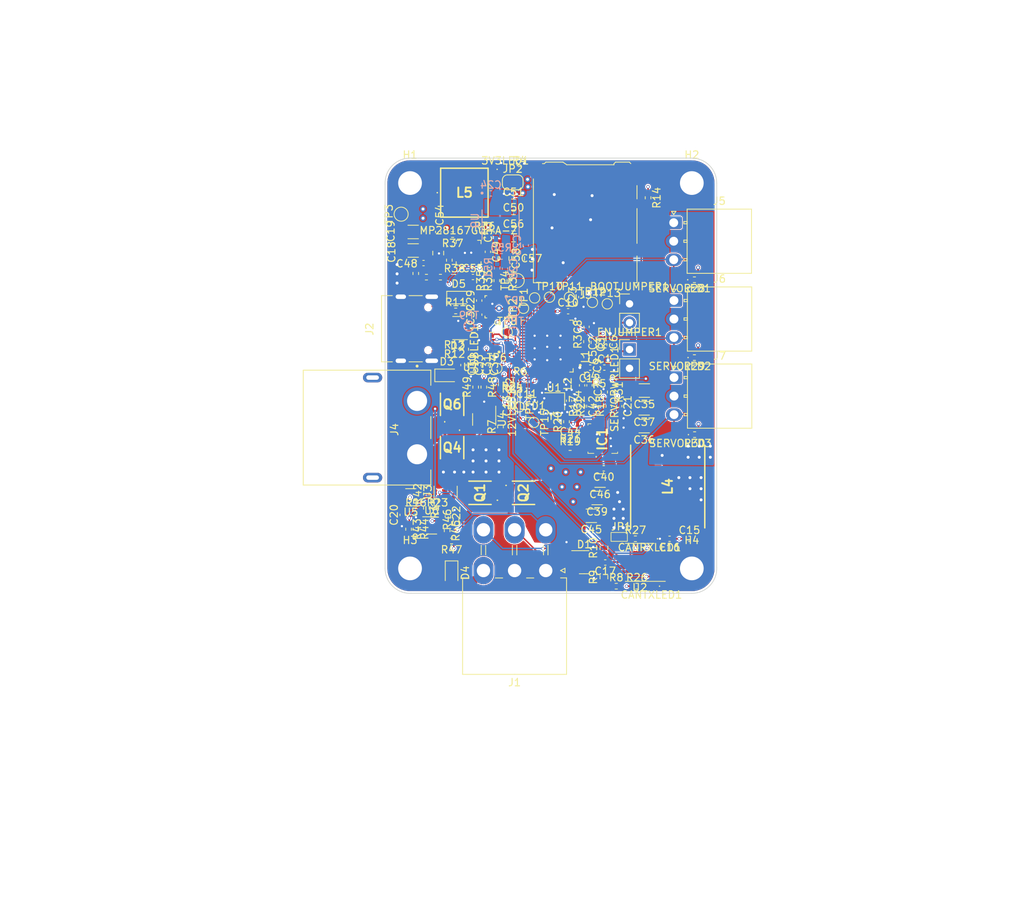
<source format=kicad_pcb>
(kicad_pcb (version 20221018) (generator pcbnew)
  (layers (0 "F.Cu" signal) (1 "In1.Cu" signal) (2 "In2.Cu" signal) (31 "B.Cu" signal) (34 "B.Paste" user) (35 "F.Paste" user) (36 "B.SilkS" user "B.Silkscreen") (37 "F.SilkS" user "F.Silkscreen") (38 "B.Mask" user) (39 "F.Mask" user) (44 "Edge.Cuts" user))
  (net 0 "")
  (net 1 "GND")
  (net 2 "VBUS")
  (net 3 "RBUS_uC_V")
  (net 4 "Net-(U10-EN)")
  (net 5 "/servopower/uC_VCC")
  (net 6 "Net-(C53-Pad1)")
  (net 7 "Net-(U10-SW2)")
  (net 8 "Net-(C54-Pad1)")
  (net 9 "Net-(U10-SW1)")
  (net 10 "Net-(3V3LED1-A)")
  (net 11 "/BOOT")
  (net 12 "/CHIP_PU")
  (net 13 "Net-(C6-Pad1)")
  (net 14 "Net-(C12-Pad1)")
  (net 15 "Net-(U1-LNA_IN{slash}RF)")
  (net 16 "Net-(U1-XTAL_N)")
  (net 17 "Net-(C14-Pad1)")
  (net 18 "Net-(JP1-B)")
  (net 19 "/CAN+")
  (net 20 "/CAN-")
  (net 21 "Net-(IC1-VDRV)")
  (net 22 "Net-(U8-CAP)")
  (net 23 "Net-(U7-REGOUT)")
  (net 24 "/rbusmosfets/RBUS_3.3")
  (net 25 "/SERVO_PWR")
  (net 26 "+12V")
  (net 27 "/servopower/VDD")
  (net 28 "Net-(C44-Pad1)")
  (net 29 "Net-(IC1-BOOT)")
  (net 30 "/CAN_RX")
  (net 31 "Net-(CANRXLED1-A)")
  (net 32 "/CAN_TX")
  (net 33 "Net-(CANTXLED1-A)")
  (net 34 "/Data-")
  (net 35 "/Data+")
  (net 36 "/servopower/SW")
  (net 39 "/servopower/PGOOD")
  (net 40 "Net-(IC1-FB)")
  (net 41 "Net-(IC1-MODE2)")
  (net 42 "Net-(IC1-MODE1)")
  (net 43 "Net-(IC1-PHASE)")
  (net 45 "/SD_MOSI")
  (net 46 "Net-(J2-CC1)")
  (net 48 "Net-(J2-CC2)")
  (net 51 "/SD_CS")
  (net 52 "/SPI_MOSI")
  (net 53 "/SPI_CLK")
  (net 54 "/SPI_MISO")
  (net 56 "/rbusmosfets/RBUS_DEPL")
  (net 57 "/SERVO_SGNL1")
  (net 58 "/SERVO_SGNL2")
  (net 59 "/SERVO_SGNL3")
  (net 60 "/CAN-BUS/Vref")
  (net 61 "Net-(U1-XTAL_P)")
  (net 62 "Net-(Q1-G)")
  (net 63 "Net-(TXLED1-A)")
  (net 64 "/TXD")
  (net 65 "Net-(U1-U0TXD{slash}PROG{slash}GPIO43)")
  (net 66 "Net-(U2-Rs)")
  (net 67 "Net-(USBLED1-A)")
  (net 68 "/BuckPGOOD")
  (net 69 "Net-(SERVOLED1-K)")
  (net 70 "Net-(SERVOLED2-K)")
  (net 71 "Net-(SERVOLED3-K)")
  (net 72 "Net-(SERVOPWRLED1-K)")
  (net 81 "/SERVOBUCK_EN")
  (net 86 "/SD_CLK")
  (net 87 "/SD_MISO")
  (net 88 "/SD_DET")
  (net 89 "Net-(Q4-S_1)")
  (net 98 "/IMU_CS")
  (net 99 "/MAG_CS")
  (net 100 "/RXD")
  (net 104 "Net-(U10-OC)")
  (net 105 "/rbusmosfets/BatteryPower")
  (net 114 "Net-(Q4-G)")
  (net 117 "Net-(R33-Pad1)")
  (net 118 "Net-(U10-FB)")
  (net 119 "Net-(U10-BST2)")
  (net 120 "Net-(U10-BST1)")
  (net 121 "Net-(U10-ALT)")
  (net 122 "Net-(U10-SCL)")
  (net 123 "Net-(U10-SDA)")
  (net 125 "Net-(Q1-S_1)")
  (net 126 "Net-(12VLED1-A)")
  (net 127 "Net-(U3-CTL)")
  (net 128 "+3.3V")
  (net 129 "Net-(R15-Pad1)")
  (net 130 "Net-(R23-Pad1)")
  (net 131 "Net-(R45-Pad1)")
  (net 132 "Net-(R43-Pad2)")
  (net 133 "Net-(U4-CTL)")
  (net 134 "/servopower/uC_VOUT")
  (net 135 "Net-(U9-ADJ)")
  (footprint "Diode_SMD:D_SOD-323" (layer "F.Cu") (at 110.5585 90.4565)
    (fp_text reference "D5")
    (fp_text value "D_Schottky")
  )
  (footprint "Capacitor_SMD:C_0402_1005Metric" (layer "F.Cu") (at 127.2 102.3 -90)
    (fp_text reference "C9")
    (fp_text value "10nF")
  )
  (footprint "Connector_Molex:Molex_Nano-Fit_105313-xx03_1x03_P2.50mm_Horizontal" (layer "F.Cu") (at 139.56 80.35)
    (fp_text reference "J5")
    (fp_text value "Conn_01x03_Male")
  )
  (footprint "LED_SMD:LED_0402_1005Metric" (layer "F.Cu") (at 140.355 88.05 180)
    (fp_text reference "SERVOLED1")
    (fp_text value "SERVOLED")
  )
  (footprint "Capacitor_SMD:C_0402_1005Metric" (layer "F.Cu") (at 113.2 99.58 -90)
    (fp_text reference "C31")
    (fp_text value "10nF")
  )
  (footprint "Resistor_SMD:R_0402_1005Metric" (layer "F.Cu") (at 130.8 105.11 90)
    (fp_text reference "R18")
    (fp_text value "10k")
  )
  (footprint "Resistor_SMD:R_0603_1608Metric" (layer "F.Cu") (at 130.15 124.225 90)
    (fp_text reference "R10")
    (fp_text value "60")
  )
  (footprint "Resistor_SMD:R_0402_1005Metric" (layer "F.Cu") (at 116.7 88.175 -90)
    (fp_text reference "R34")
    (fp_text value "230k")
  )
  (footprint "TestPoint:TestPoint_Pad_D1.0mm" (layer "F.Cu") (at 122.8 90.4)
    (fp_text reference "TP10")
    (fp_text value "TestPoint")
  )
  (footprint "Jumper:SolderJumper-2_P1.3mm_Open_RoundedPad1.0x1.5mm" (layer "F.Cu") (at 117.85 74.9)
    (fp_text reference "JP2")
    (fp_text value "TermJP")
  )
  (footprint "Resistor_SMD:R_0402_1005Metric" (layer "F.Cu") (at 142.35 98.55 180)
    (fp_text reference "R29")
    (fp_text value "1k")
  )
  (footprint "Connector_PinHeader_2.54mm:PinHeader_1x02_P2.54mm_Vertical" (layer "F.Cu") (at 133.6 91.3)
    (fp_text reference "BOOTJUMPER1")
    (fp_text value "Conn_01x02_Male")
  )
  (footprint "Capacitor_SMD:C_0805_2012Metric" (layer "F.Cu") (at 107.8 84.45 -90)
    (fp_text reference "C43" hide)
    (fp_text value "22uF")
  )
  (footprint "Capacitor_SMD:C_0402_1005Metric" (layer "F.Cu") (at 125.32 92.3)
    (fp_text reference "C10")
    (fp_text value "0.1uF")
  )
  (footprint "Capacitor_SMD:C_0402_1005Metric" (layer "F.Cu") (at 119.72 102.3 180)
    (fp_text reference "C11")
    (fp_text value "0.1uF")
  )
  (footprint "LED_SMD:LED_0402_1005Metric" (layer "F.Cu") (at 117.015 103.6 180)
    (fp_text reference "TXLED1")
    (fp_text value "TX_LED")
  )
  (footprint "TestPoint:TestPoint_Pad_D1.5mm" (layer "F.Cu") (at 102.8 79.2 90)
    (fp_text reference "TP3")
    (fp_text value "TestPoint")
  )
  (footprint "Capacitor_SMD:C_0402_1005Metric" (layer "F.Cu") (at 114.65 86.05)
    (fp_text reference "C52" hide)
    (fp_text value "1uF")
  )
  (footprint "Capacitor_SMD:C_0402_1005Metric" (layer "F.Cu") (at 129.8 105.12 90)
    (fp_text reference "C42")
    (fp_text value "1uF")
  )
  (footprint "TestPoint:TestPoint_Pad_D1.0mm" (layer "F.Cu") (at 128.6 91.1)
    (fp_text reference "TP12")
    (fp_text value "TestPoint")
  )
  (footprint "TestPoint:TestPoint_Pad_D1.0mm" (layer "F.Cu") (at 120.7 107.3 -90)
    (fp_text reference "TP15")
    (fp_text value "TestPoint")
  )
  (footprint "Capacitor_SMD:C_0402_1005Metric" (layer "F.Cu") (at 114.5 84.28 -90)
    (fp_text reference "C49")
    (fp_text value "100nF")
  )
  (footprint "Capacitor_SMD:C_0402_1005Metric" (layer "F.Cu") (at 127.8 94.4 90)
    (fp_text reference "C8")
    (fp_text value "0.1uF")
  )
  (footprint "Resistor_SMD:R_0402_1005Metric" (layer "F.Cu") (at 117.79 101.6 180)
    (fp_text reference "R25")
    (fp_text value "2.2k")
  )
  (footprint "Connector_USB:USB_C_Receptacle_Palconn_UTC16-G" (layer "F.Cu") (at 104.995 94.66 -90)
    (fp_text reference "J2")
    (fp_text value "USB_C_Receptacle_USB2.0")
  )
  (footprint "Capacitor_SMD:C_0402_1005Metric" (layer "F.Cu") (at 125.45 104.38 -90)
    (fp_text reference "C14")
    (fp_text value "C")
  )
  (footprint "Capacitor_SMD:C_1206_3216Metric" (layer "F.Cu") (at 135.575 105.4 180)
    (fp_text reference "C37")
    (fp_text value "47uF")
  )
  (footprint "Capacitor_SMD:C_0402_1005Metric" (layer "F.Cu") (at 130.9 96.81 90)
    (fp_text reference "C3")
    (fp_text value "0.1uF")
  )
  (footprint "Capacitor_SMD:C_1206_3216Metric" (layer "F.Cu") (at 129.225 117.5 180)
    (fp_text reference "C39")
    (fp_text value "47uF")
  )
  (footprint "Connector_Card:microSD_HC_Hirose_DM3AT-SF-PEJM5" (layer "F.Cu") (at 127.63 80.565 180)
    (fp_text reference "J3")
    (fp_text value "Micro_SD_Card_Det")
  )
  (footprint "Capacitor_SMD:C_1206_3216Metric" (layer "F.Cu") (at 135.575 107.8 180)
    (fp_text reference "C36")
    (fp_text value "47uF")
  )
  (footprint "Capacitor_SMD:C_0402_1005Metric" (layer "F.Cu") (at 105.82 85.8)
    (fp_text reference "C48")
    (fp_text value "22nF")
  )
  (footprint "Resistor_SMD:R_0402_1005Metric" (layer "F.Cu") (at 110 87.7)
    (fp_text reference "R38")
    (fp_text value "21.5k")
  )
  (footprint "Resistor_SMD:R_0402_1005Metric" (layer "F.Cu") (at 134.39 123)
    (fp_text reference "R27")
    (fp_text value "1k")
  )
  (footprint "TestPoint:TestPoint_Pad_D1.0mm" (layer "F.Cu") (at 115.7 100)
    (fp_text reference "TP6")
    (fp_text value "TestPoint")
  )
  (footprint "LED_SMD:LED_0402_1005Metric" (layer "F.Cu") (at 140.455 108.95 180)
    (fp_text reference "SERVOLED3")
    (fp_text value "SERVOLED")
  )
  (footprint "Capacitor_SMD:C_0402_1005Metric" (layer "F.Cu") (at 109.1 119.98 -90)
    (fp_text reference "C22")
    (fp_text value "1uF")
  )
  (footprint "Inductor_SMD:L_0402_1005Metric" (layer "F.Cu") (at 124.1 102.085 -90)
    (fp_text reference "L2")
    (fp_text value "20nH")
  )
  (footprint "Capacitor_SMD:C_0402_1005Metric" (layer "F.Cu") (at 130.12 113.5 180)
    (fp_text reference "C40")
    (fp_text value "100nF")
  )
  (footprint "Diode_SMD:D_SOD-323" (layer "F.Cu") (at 109.6 127.6 -90)
    (fp_text reference "D4")
    (fp_text value "D_Schottky")
  )
  (footprint "Resistor_SMD:R_0402_1005Metric" (layer "F.Cu") (at 142.38 108.95 180)
    (fp_text reference "R30")
    (fp_text value "1k")
  )
  (footprint "Resistor_SMD:R_0402_1005Metric" (layer "F.Cu") (at 114.7 88.165 90)
    (fp_text reference "R35")
    (fp_text value "100k")
  )
  (footprint "Resistor_SMD:R_0402_1005Metric" (layer "F.Cu") (at 111.5 97.42 -90)
    (fp_text reference "USBLED1")
    (fp_text value "USB_LED")
  )
  (footprint "LED_SMD:LED_0402_1005Metric" (layer "F.Cu") (at 136.285 123 180)
    (fp_text reference "CANRXLED1")
    (fp_text value "CANRXLED")
  )
  (footprint "Resistor_SMD:R_0402_1005Metric" (layer "F.Cu") (at 118.88 103.6)
    (fp_text reference "R6")
    (fp_text value "499")
  )
  (footprint "Capacitor_SMD:C_0402_1005Metric" (layer "F.Cu") (at 127.1 90.38 90)
    (fp_text reference "C23")
    (fp_text value "1uF")
  )
  (footprint "Capacitor_SMD:C_0805_2012Metric" (layer "F.Cu") (at 117.95 82.2)
    (fp_text reference "C56")
    (fp_text value "22uF")
  )
  (footprint "Resistor_SMD:R_0402_1005Metric" (layer "F.Cu") (at 107.7 119.3)
    (fp_text reference "R23")
    (fp_text value "1k")
  )
  (footprint "Capacitor_SMD:C_0402_1005Metric" (layer "F.Cu") (at 139 123 180)
    (fp_text reference "C16")
    (fp_text value "10uF")
  )
  (footprint "Capacitor_SMD:C_0805_2012Metric" (layer "F.Cu") (at 118.7 85.175 -90)
    (fp_text reference "C57")
    (fp_text value "22uF")
  )
  (footprint "Package_TO_SOT_SMD:TSOT-23-6" (layer "F.Cu") (at 114 106.9 -90)
    (fp_text reference "U4")
    (fp_text value "LTC4412xS6")
  )
  (footprint "Resistor_SMD:R_0402_1005Metric" (layer "F.Cu") (at 110.2 120.4 90)
    (fp_text reference "R46")
    (fp_text value "470")
  )
  (footprint "Capacitor_SMD:C_1206_3216Metric" (layer "F.Cu") (at 104.425 84.1 180)
    (fp_text reference "C18")
    (fp_text value "47uF")
  )
  (footprint "Resistor_SMD:R_0402_1005Metric" (layer "F.Cu") (at 109.3 85.41 -90)
    (fp_text reference "R32" hide)
    (fp_text value "499k")
  )
  (footprint "iclr:SmallerSolderJP" (layer "F.Cu") (at 132.47 122.75)
    (fp_text reference "JP1")
    (fp_text value "TermJP")
  )
  (footprint "Capacitor_SMD:C_0402_1005Metric" (layer "F.Cu") (at 107.8 81.6 90)
    (fp_text reference "C54")
    (fp_text value "100nF")
  )
  (footprint "Package_TO_SOT_SMD:TSOT-23-6" (layer "F.Cu") (at 108.8 116.7 90)
    (fp_text reference "U3")
    (fp_text value "LTC4412xS6")
  )
  (footprint "Capacitor_SMD:C_0402_1005Metric" (layer "F.Cu") (at 125.62 109.7)
    (fp_text reference "C44")
    (fp_text value "0.1uF")
  )
  (footprint "Resistor_SMD:R_0402_1005Metric" (layer "F.Cu") (at 115.7 88.165 90)
    (fp_text reference "R33")
    (fp_text value "806k")
  )
  (footprint "Capacitor_SMD:C_1206_3216Metric" (layer "F.Cu") (at 104.425 81.6 180)
    (fp_text reference "C19")
    (fp_text value "47uF")
  )
  (footprint "iclr:MPLAL60504R7" (layer "F.Cu") (at 111.325 76.3)
    (fp_text reference "L5")
    (fp_text value "4.7uH" hide)
  )
  (footprint "Capacitor_SMD:C_0402_1005Metric" (layer "F.Cu") (at 132.2 105.11 -90)
    (fp_text reference "C21")
    (fp_text value "4.7uF")
  )
  (footprint "Resistor_SMD:R_0402_1005Metric" (layer "F.Cu") (at 125.6 108.7 180)
    (fp_text reference "R19")
    (fp_text value "100k")
  )
  (footprint "Resistor_SMD:R_0402_1005Metric" (layer "F.Cu") (at 116.2 107.89 90)
    (fp_text reference "R7")
    (fp_text value "3k")
  )
  (footprint "TestPoint:TestPoint_Pad_D1.0mm" (layer "F.Cu") (at 117.1 95.1)
    (fp_text reference "TP8")
    (fp_text value "TestPoint")
  )
  (footprint "Resistor_SMD:R_0402_1005Metric" (layer "F.Cu") (at 113.95 102.535 -90)
    (fp_text reference "R48")
    (fp_text value "100k")
  )
  (footprint "iclr:MP28167GQ-A-Z" (layer "F.Cu") (at 111.9 84.4)
    (fp_text reference "U10" hide)
    (fp_text value "MP28167GQ-A-Z")
  )
  (footprint "Capacitor_SMD:C_0402_1005Metric" (layer "F.Cu") (at 113.328 90.86 90)
    (fp_text reference "C29")
    (fp_text value "10uF")
  )
  (footprint "Capacitor_SMD:C_0402_1005Metric" (layer "F.Cu") (at 114.2 99.58 -90)
    (fp_text reference "C34")
    (fp_text value "2.2uF")
  )
  (footprint "Diode_SMD:D_SOD-323" (layer "F.Cu") (at 108.95 100.95)
    (fp_text reference "D3")
    (fp_text value "D_Schottky")
  )
  (footprint "TestPoint:TestPoint_Pad_D1.0mm" (layer "F.Cu") (at 119.3 91.9 90)
    (fp_text reference "TP2")
    (fp_text value "TestPoint")
  )
  (footprint "Capacitor_SMD:C_0402_1005Metric" (layer "F.Cu") (at 127.6 100.9 180)
    (fp_text reference "C12")
    (fp_text value "4.2pF")
  )
  (footprint "Capacitor_SMD:C_0402_1005Metric" (layer "F.Cu") (at 141.68 123)
    (fp_text reference "C15")
    (fp_text value "100nF")
  )
  (footprint "Resistor_SMD:R_0402_1005Metric" (layer "F.Cu") (at 142.35 88.05 180)
    (fp_text reference "R28")
    (fp_text value "1k")
  )
  (footprint "iclr:AMASS_XT60PW-F" (layer "F.Cu") (at 104.95 108 -90)
    (fp_text reference "J4")
    (fp_text value "Conn_01x02_Male")
  )
  (footprint "Resistor_SMD:R_0402_1005Metric" (layer "F.Cu") (at 110 96.9 180)
    (fp_text reference "R12")
    (fp_text value "5.1k")
  )
  (footprint "Capacitor_SMD:C_0402_1005Metric" (layer "F.Cu") (at 109.3 83.52 -90)
    (fp_text reference "C41" hide)
    (fp_text value "100nF")
  )
  (footprint "Resistor_SMD:R_0402_1005Metric" (layer "F.Cu") (at 104.8 121.7 -90)
    (fp_text reference "R44")
    (fp_text value "470")
  )
  (footprint "Resistor_SMD:R_0603_1608Metric" (layer "F.Cu") (at 130.15 128.175 90)
    (fp_text reference "R9")
    (fp_text value "60")
  )
  (footprint "iclr:PQFN50P300X300X100-16N" (layer "F.Cu") (at 115.6 91.7 180)
    (fp_text reference "U8")
    (fp_text value "MMC5983MA")
  )
  (footprint "Resistor_SMD:R_0402_1005Metric" (layer "F.Cu") (at 125.1 107.21 90)
    (fp_text reference "R20")
    (fp_text value "200k")
  )
  (footprint "iclr:PQFN50P300X300X80-16N" (layer "F.Cu") (at 113.8 96.7 180)
    (fp_text reference "U7")
    (fp_text value "ICM-20608-G")
  )
  (footprint "Connector_Molex:Molex_Nano-Fit_105313-xx03_1x03_P2.50mm_Horizontal" (layer "F.Cu") (at 139.59 90.85)
    (fp_text reference "J6")
    (fp_text value "Conn_01x03_Male")
  )
  (footprint "MountingHole:MountingHole_3.2mm_M3_DIN965_Pad" (layer "F.Cu") (at 104 127)
    (fp_text reference "H3")
    (fp_text value "MountingHole_Pad")
  )
  (footprint "Capacitor_SMD:C_1206_3216Metric" (layer "F.Cu") (at 129.625 115.15 180)
    (fp_text reference "C46")
    (fp_text value "47uF")
  )
  (footprint "Package_TO_SOT_SMD:SOT-353_SC-70-5" (layer "F.Cu") (at 104.1 117.4 180)
    (fp_text reference "U5")
    (fp_text value "74AHC1G00")
  )
  (footprint "Connector_Molex:Molex_Mini-Fit_Jr_5569-06A2_2x03_P4.20mm_Horizontal" (layer "F.Cu") (at 122.3 127.2885 180)
    (fp_text reference "J1")
    (fp_text value "RBUS")
  )
  (footprint "LED_SMD:LED_0402_1005Metric" (layer "F.Cu") (at 116.835 73.15)
    (fp_text reference "3V3LED1")
    (fp_text value "3V3LED")
  )
  (footprint "Resistor_SMD:R_0402_1005Metric" (layer "F.Cu") (at 114.06 82)
    (fp_text reference "R36")
    (fp_text value "0")
  )
  (footprint "TestPoint:TestPoint_Pad_D1.0mm" (layer "F.Cu") (at 118.7 105.2 -90)
    (fp_text reference "TP14")
    (fp_text value "TestPoint")
  )
  (footprint "Resistor_SMD:R_0402_1005Metric" (layer "F.Cu") (at 109.74 81.95 180)
    (fp_text reference "R37")
    (fp_text value "0")
  )
  (footprint "Resistor_SMD:R_0402_1005Metric" (layer "F.Cu") (at 134.59 129.4)
    (fp_text reference "R26")
    (fp_text value "1k")
  )
  (footprint "TestPoint:TestPoint_Pad_D1.5mm" (layer "F.Cu") (at 118.45 88.15 90)
    (fp_text reference "TP4")
    (fp_text value "TestPoint")
  )
  (footprint "Resistor_SMD:R_0402_1005Metric" (layer "F.Cu") (at 112.85 102.535 90)
    (fp_text reference "R49")
    (fp_text value "0")
  )
  (footprint "Capacitor_SMD:C_1206_3216Metric" (layer "F.Cu") (at 135.6 103 180)
    (fp_text reference "C35")
    (fp_text value "47uF")
  )
  (footprint "Capacitor_SMD:C_0402_1005Metric" (layer "F.Cu") (at 113.328 92.76 90)
    (fp_text reference "C32")
    (fp_text value "1uF")
  )
  (footprint "Resistor_SMD:R_0402_1005Metric" (layer "F.Cu") (at 103.8 121.71 -90)
    (fp_text reference "R43")
    (fp_text value "1k")
  )
  (footprint "iclr:SiC437BEDT1GE3" (layer "F.Cu") (at 129.994 109.481 90)
    (fp_text reference "IC1")
    (fp_text value "SIC437DED-T1-GE3" hide)
  )
  (footprint "TestPoint:TestPoint_Pad_D1.0mm" (layer "F.Cu") (at 130.6 91.3)
    (fp_text reference "TP13")
    (fp_text value "TestPoint")
  )
  (footprint "Resistor_SMD:R_0402_1005Metric" (layer "F.Cu") (at 110.1585 92.2565)
    (fp_text reference "R11")
    (fp_text value "5.1k")
  )
  (footprint "Capacitor_SMD:C_0402_1005Metric" (layer "F.Cu") (at 130.33 126.2 180)
    (fp_text reference "C17")
    (fp_text value "47nF")
  )
  (footprint "Resistor_SMD:R_0402_1005Metric" (layer "F.Cu") (at 104.775 87.2 90)
    (fp_text reference "R39" hide)
    (fp_text value "10k")
  )
  (footprint "Capacitor_SMD:C_0402_1005Metric" (layer "F.Cu") (at 112.15 99.55 -90)
    (fp_text reference "C33")
    (fp_text value "0.1uF")
  )
  (footprint "Resistor_SMD:R_0402_1005Metric" (layer "F.Cu") (at 106.2 118.86 -90)
    (fp_text reference "R15")
    (fp_text value "470")
  )
  (footprint "Resistor_SMD:R_0402_1005Metric" (layer "F.Cu") (at 106.21 87.7)
    (fp_text reference "R40" hide)
    (fp_text value "10k")
  )
  (footprint "Resistor_SMD:R_0402_1005Metric" (layer "F.Cu") (at 128.2 105.11 90)
    (fp_text reference "R22")
    (fp_text value "3k")
  )
  (footprint "MountingHole:MountingHole_3.2mm_M3_DIN965_Pad" (layer "F.Cu") (at 142 75)
    (fp_text reference "H2")
    (fp_text value "MountingHole_Pad")
  )
  (footprint "iclr:INDPM112100X400N" (layer "F.Cu") (at 138.75 115.95 90)
    (fp_text reference "L4")
    (fp_text value "2.1uH" hide)
  )
  (footprint "Resistor_SMD:R_0402_1005Metric" (layer "F.Cu") (at 106.2 116.96 90)
    (fp_text reference "R42")
    (fp_text value "470")
  )
  (footprint "LED_SMD:LED_0402_1005Metric" (layer "F.Cu") (at 140.405 98.55 180)
    (fp_text reference "SERVOLED2")
    (fp_text value "SERVOLED")
  )
  (footprint "Capacitor_SMD:C_0402_1005Metric" (layer "F.Cu") (at 121.55 104.52 90)
    (fp_text reference "C13")
    (fp_text value "C")
  )
  (footprint "Capacitor_SMD:C_0402_1005Metric" (layer "F.Cu") (at 111.2 99.56 -90)
    (fp_text reference "C30")
    (fp_text value "0.47uF")
  )
  (footprint "Capacitor_SMD:C_0805_2012Metric" (layer "F.Cu") (at 116.6 85.175 -90)
    (fp_text reference "C58")
    (fp_text value "22uF")
  )
  (footprint "Resistor_SMD:R_0402_1005Metric" (layer "F.Cu") (at 129.5 100.9 180)
    (fp_text reference "R5")
    (fp_text value "47.5")
  )
  (footprint "Resistor_SMD:R_0402_1005Metric" (layer "F.Cu") (at 116.3 102.2 -90)
    (fp_text reference "R2")
    (fp_text value "470")
  )
  (footprint "Resistor_SMD:R_0402_1005Metric" (layer "F.Cu") (at 118.74 73.15)
    (fp_text reference "R4")
    (fp_text value "470")
  )
  (footprint "Resistor_SMD:R_0402_1005Metric" (layer "F.Cu") (at 117.79 102.6)
    (fp_text reference "R24")
    (fp_text value "1.5k")
  )
  (footprint "Resistor_SMD:R_0402_1005Metric" (layer "F.Cu") (at 127.2 105.11 90)
    (fp_text reference "R17")
    (fp_text value "34k")
  )
  (footprint "Capacitor_SMD:C_0402_1005Metric" (layer "F.Cu") (at 115.7 81.6 90)
    (fp_text reference "C53")
    (fp_text value "100nF")
  )
  (footprint "Capacitor_SMD:C_0402_1005Metric" (layer "F.Cu") (at 103 119.78 90)
    (fp_text reference "C20")
    (fp_text value "1uF")
  )
  (footprint "Resistor_SMD:R_0402_1005Metric" (layer "F.Cu") (at 131.81 129.4)
    (fp_text reference "R8")
    (fp_text value "0")
  )
  (footprint "Resistor_SMD:R_0402_1005Metric" (layer "F.Cu") (at 127.8 96.4 90)
    (fp_text reference "R3")
    (fp_text value "10K")
  )
  (footprint "Capacitor_SMD:C_0402_1005Metric" (layer "F.Cu") (at 130.2 99.9)
    (fp_text reference "C1")
    (fp_text value "10uF")
  )
  (footprint "LED_SMD:LED_0402_1005Metric" (layer "F.Cu") (at 116.6 106.015 -90)
    (fp_text reference "12VLED1")
    (fp_text value "12V_LED")
  )
  (footprint "Resistor_SMD:R_0402_1005Metric" (layer "F.Cu") (at 104.8 119.3)
    (fp_text reference "R16")
    (fp_text value "1k")
  )
  (footprint "Connector_Molex:Molex_Nano-Fit_105313-xx03_1x03_P2.50mm_Horizontal" (layer "F.Cu") (at 139.6 101.25)
    (fp_text reference "J7")
    (fp_text value "Conn_01x03_Male")
  )
  (footprint "Resistor_SMD:R_0402_1005Metric" (layer "F.Cu") (at 109 121.9 -90)
    (fp_text reference "R45")
    (fp_text value "1k")
  )
  (footprint "Capacitor_SMD:C_0402_1005Metric" (layer "F.Cu") (at 128.3 99.9 180)
    (fp_text reference "C4")
    (fp_text value "1uF")
  )
  (footprint "Capacitor_SMD:C_0402_1005Metric" (layer "F.Cu") (at 129.8 98.48 90)
    (fp_text reference "C5")
    (fp_text value "0.1uF")
  )
  (footprint "Resistor_SMD:R_0402_1005Metric" (layer "F.Cu") (at 108.1 87.7)
    (fp_text reference "R41" hide)
    (fp_text value "10k")
  )
  (footprint "Capacitor_SMD:C_0402_1005Metric" (layer "F.Cu") (at 128.2 102.3 -90)
    (fp_text reference "C7")
    (fp_text value "1uF")
  )
  (footprint "iclr:PXP01230QLJ" (layer "F.Cu") (at 109.675 104.865)
    (fp_text reference "Q6")
    (fp_text value "PXP012-30QLJ" hide)
  )
  (footprint "Resistor_SMD:R_0402_1005Metric" (layer "F.Cu") (at 136.1 76.99 -90)
    (fp_text reference "R14")
    (fp_text value "10k")
  )
  (footprint "Package_TO_SOT_SMD:SOT-353_SC-70-5" (layer "F.Cu") (at 106.9 121.2)
    (fp_text reference "U6")
    (fp_text value "74AHC1G08")
  )
  (footprint "iclr:PXP01230QLJ" (layer "F.Cu") (at 109.675 110.7 180)
    (fp_text reference "Q4")
    (fp_text value "PXP012-30QLJ" hide)
  )
  (footprint "Resistor_SMD:R_0402_1005Metric" (layer "F.Cu") (at 110 98)
    (fp_text reference "R13")
    (fp_text value "470")
  )
  (footprint "TestPoint:TestPoint_Pad_D1.0mm" (layer "F.Cu") (at 125.5 90.4)
    (fp_text reference "TP11")
    (fp_text value "TestPoint")
  )
  (footprint "Resistor_SMD:R_0402_1005Metric" (layer "F.Cu") (at 109.6 123.3 180)
    (fp_text reference "R47")
    (fp_text value "100k")
  )
  (footprint "MountingHole:MountingHole_3.2mm_M3_DIN965_Pad" (layer "F.Cu") (at 142 127)
    (fp_text reference "H4")
    (fp_text value "MountingHole_Pad")
  )
  (footprint "iclr:PXP01230QLJ" (layer "F.Cu") (at 119.3 116.8 -90)
    (fp_text reference "Q2")
    (fp_text value "PXP012-30QLJ" hide)
  )
  (footprint "Capacitor_SMD:C_1206_3216Metric" (layer "F.Cu") (at 128.45 119.9 180)
    (fp_text reference "C45")
    (fp_text value "47uF")
  )
  (footprint "LED_SMD:LED_0402_1005Metric" (layer "F.Cu") (at 132.75 102.8 90)
    (fp_text reference "SERVOPWRLED1")
    (fp_text value "SERVOPWR_LED")
  )
  (footprint "Capacitor_SMD:C_0402_1005Metric" (layer "F.Cu") (at 127.8 98.48 -90)
    (fp_text reference "C6")
    (fp_text value "0.1uF")
  )
  (footprint "Package_TO_SOT_SMD:SOT-143" (layer "F.Cu") (at 110.4 94.57 180)
    (fp_text reference "D2")
    (fp_text value "SP0503BAHT")
  )
  (footprint "MountingHole:MountingHole_3.2mm_M3_DIN965_Pad" (layer "F.Cu") (at 104 75)
    (fp_text reference "H1")
    (fp_text value "MountingHole_Pad")
  )
  (footprint "Resistor_SMD:R_0402_1005Metric" (layer "F.Cu") (at 125.59 110.7)
    (fp_text reference "R21")
    (fp_text value "2.2")
  )
  (footprint "Capacitor_SMD:C_0402_1005Metric" (layer "F.Cu") (at 129.8 96.58 90)
    (fp_text reference "C2")
    (fp_text value "1uF")
  )
  (footprint "iclr:QFN40P700X700X90-57N" (layer "F.Cu") (at 122.5 97 180)
    (fp_text reference "U1")
    (fp_text value "ESP32-S3")
  )
  (footprint "iclr:PXP01230QLJ" (layer "F.Cu") (at 113.435 116.8 90)
    (fp_text reference "Q1")
    (fp_text value "PXP012-30QLJ" hide)
  )
  (footprint "Package_SO:SOIC-8_3.9x4.9mm_P1.27mm" (layer "F.Cu") (at 134.975 126.185 180)
    (fp_text reference "U2")
    (fp_text value "SN65HVD230")
  )
  (footprint "Capacitor_SMD:C_0805_2012Metric" (layer "F.Cu") (at 117.95 77.9)
    (fp_text reference "C51")
    (fp_text value "22uF")
  )
  (footprint "Crystal:Crystal_SMD_2016-4Pin_2.0x1.6mm" (layer "F.Cu") (at 123.5 104.45 180)
    (fp_text reference "Y1")
    (fp_text value "40MHz±10ppm")
  )
  (footprint "Capacitor_SMD:C_0402_1005Metric" (layer "F.Cu") (at 112.48 87.675)
    (fp_text reference "C55")
    (fp_text value "22nF")
  )
  (footprint "LED_SMD:LED_0402_1005Metric" (layer "F.Cu") (at 136.555 129.4 180)
    (fp_text reference "CANTXLED1")
    (fp_text value "CANTXLED")
  )
  (footprint "Connector_PinHeader_2.54mm:PinHeader_1x02_P2.54mm_Vertical" (layer "F.Cu") (at 133.6 97.46)
    (fp_text reference "ENJUMPER1")
    (fp_text value "Conn_01x02_Male")
  )
  (footprint "Inductor_SMD:L_0402_1005Metric" (layer "F.Cu") (at 128.8 98.445 90)
    (fp_text reference "L1")
    (fp_text value "2.0nH")
  )
  (footprint "Capacitor_SMD:C_0805_2012Metric" (layer "F.Cu") (at 117.95 80)
    (fp_text reference "C50")
    (fp_text value "22uF")
  )
  (footprint "Resistor_SMD:R_0402_1005Metric" (layer "F.Cu") (at 128.8 96.51 -90)
    (fp_text reference "R1")
    (fp_text value "10K")
  )
  (footprint "TestPoint:TestPoint_Pad_D1.0mm" (layer "F.Cu") (at 120.8 90.5 90)
    (fp_text reference "TP1")
    (fp_text value "TestPoint")
  )
  (footprint "Resistor_SMD:R_0402_1005Metric" (layer "F.Cu") (at 131 103.2 -90)
    (fp_text reference "R31")
    (fp_text value "1k")
  )
  (footprint "Package_TO_SOT_SMD:SOT-23" (layer "F.Cu") (at 127.475 126.165)
    (fp_text reference "D1")
    (fp_text value "SM712_SOT23")
  )
  (footprint "Resistor_SMD:R_0402_1005Metric" (layer "B.Cu") (at 116.3 84.9 180)
    (fp_text reference "R50")
    (fp_text value "DNP")
  )
  (footprint "TestPoint:TestPoint_Pad_D1.0mm" (layer "B.Cu") (at 118 95.1 180)
    (fp_text reference "TP5")
    (fp_text value "TestPoint")
  )
  (footprint "Capacitor_SMD:C_0402_1005Metric" (layer "B.Cu") (at 116.8 86.53 90)
    (fp_text reference "C26")
    (fp_text value "0.1uF")
  )
  (footprint "Capacitor_SMD:C_0402_1005Metric" (layer "B.Cu") (at 114.9 76.4 180)
    (fp_text reference "C24")
    (fp_text value "DNP")
  )
  (footprint "TestPoint:TestPoint_Pad_D1.0mm" (layer "B.Cu") (at 111.95 94.3 180)
    (fp_text reference "TP9")
    (fp_text value "TestPoint")
  )
  (footprint "Capacitor_SMD:C_0402_1005Metric" (layer "B.Cu") (at 119.6 83.4 -90)
    (fp_text reference "C25")
    (fp_text value "DNP")
  )
  (footprint "TestPoint:TestPoint_Pad_D1.0mm" (layer "B.Cu") (at 118.05 92.325 180)
    (fp_text reference "TP7")
    (fp_text value "TestPoint")
  )
  (footprint "iclr:SOIC127P599X175-9N" (layer "B.Cu") (at 116.215 80.62 -90)
    (fp_text reference "U9")
    (fp_text value "SC4215")
  )
  (footprint "Resistor_SMD:R_0402_1005Metric" (layer "B.Cu") (at 115.75 86.46 -90)
    (fp_text reference "R51")
    (fp_text value "DNP")
  )
  (gr_line (start 145.359209 126.83204) (end 145.363406 75.000007) (stroke (width 0.1)) (layer "Edge.Cuts"))
  (gr_arc (start 142 71.640797) (mid 144.375318 72.624687) (end 145.359203 75.000007) (stroke (width 0.1)) (layer "Edge.Cuts"))
  (gr_arc (start 104.1387 130.359208) (mid 101.672211 129.425885) (end 100.637938 126.999999) (stroke (width 0.1)) (layer "Edge.Cuts"))
  (gr_line (start 100.640798 75.167966) (end 100.637938 126.999999) (stroke (width 0.1)) (layer "Edge.Cuts"))
  (gr_line (start 104.000008 71.6366) (end 142 71.6366) (stroke (width 0.1)) (layer "Edge.Cuts"))
  (gr_arc (start 145.359209 126.83204) (mid 144.436946 129.318144) (end 141.999999 130.363406) (stroke (width 0.1)) (layer "Edge.Cuts"))
  (gr_line (start 104.1387 130.359208) (end 142 130.359208) (stroke (width 0.1)) (layer "Edge.Cuts"))
  (gr_arc (start 100.640798 75.167966) (mid 101.563059 72.681861) (end 104.000008 71.6366) (stroke (width 0.1)) (layer "Edge.Cuts"))
  (segment (start 113.46 84.76) (end 113.35 84.65) (width 0.2) (layer "F.Cu") (net 1))
  (segment (start 115.1 91.6) (end 115.1 91.3) (width 0.2) (layer "F.Cu") (net 1))
  (segment (start 117.88 101) (end 117.28 101.6) (width 0.2) (layer "F.Cu") (net 1))
  (segment (start 123.4 95.8625) (end 123.4 95.433263) (width 0.2) (layer "F.Cu") (net 1))
  (segment (start 142.89 107.51) (end 142.9 107.5) (width 0.25) (layer "F.Cu") (net 1))
  (segment (start 138.52 123) (end 137.7 123) (width 0.25) (layer "F.Cu") (net 1))
  (segment (start 105.41 120.1) (end 104.8 120.1) (width 0.2) (layer "F.Cu") (net 1))
  (segment (start 130.45 107.5) (end 130.45 106.801945) (width 0.2) (layer "F.Cu") (net 1))
  (segment (start 130.01 100.57) (end 130.68 99.9) (width 0.25) (layer "F.Cu") (net 1))
  (segment (start 114 105.7625) (end 114 104.5) (width 0.2) (layer "F.Cu") (net 1))
  (segment (start 114.5 84.76) (end 114.76 84.76) (width 0.2) (layer "F.Cu") (net 1))
  (segment (start 127.8 98.96) (end 127.8 99.88) (width 0.25) (layer "F.Cu") (net 1))
  (segment (start 121.55 104.04) (end 122.66 104.04) (width 0.2) (layer "F.Cu") (net 1))
  (segment (start 129.85 126.15) (end 128.4275 126.15) (width 0.25) (layer "F.Cu") (net 1))
  (segment (start 124.15 107.05) (end 124.1 107) (width 0.2) (layer "F.Cu") (net 1))
  (segment (start 113.328 90.38) (end 113.755 90.38) (width 0.2) (layer "F.Cu") (net 1))
  (segment (start 109.3 84) (end 109.45 84.15) (width 0.2) (layer "F.Cu") (net 1))
  (segment (start 126.3 93.3) (end 125.8 92.8) (width 0.25) (layer "F.Cu") (net 1))
  (segment (start 114.325 91.95) (end 114.75 91.95) (width 0.2) (layer "F.Cu") (net 1))
  (segment (start 142.86 96.91) (end 142.85 96.9) (width 0.25) (layer "F.Cu") (net 1))
  (segment (start 116.3 72.3) (end 116.35 72.4) (width 0.2) (layer "F.Cu") (net 1))
  (segment (start 129.1 108.875) (end 129.125 108.9) (width 0.2) (layer "F.Cu") (net 1))
  (segment (start 142.86 98.55) (end 142.86 96.91) (width 0.25) (layer "F.Cu") (net 1))
  (segment (start 105.877 85.263) (end 105.34 85.8) (width 0.2) (layer "F.Cu") (net 1))
  (segment (start 111.255 96.77) (end 111.395 96.91) (width 0.3) (layer "F.Cu") (net 1))
  (segment (start 127.8 99.88) (end 127.82 99.9) (width 0.25) (layer "F.Cu") (net 1))
  (segment (start 119.24 102.3) (end 118.821732 101.881732) (width 0.2) (layer "F.Cu") (net 1))
  (segment (start 120.24 73.19) (end 119.4 72.35) (width 0.2) (layer "F.Cu") (net 1))
  (segment (start 116.35 73.15) (end 116.3 72.3) (width 0.2) (layer "F.Cu") (net 1))
  (segment (start 129.1 107.5) (end 129.1 105.34) (width 0.2) (layer "F.Cu") (net 1))
  (segment (start 119.4 72.35) (end 119.35 72.3) (width 0.2) (layer "F.Cu") (net 1))
  (segment (start 114.75 90.95) (end 115.1 91.3) (width 0.2) (layer "F.Cu") (net 1))
  (segment (start 106.2 119.31) (end 105.41 120.1) (width 0.2) (layer "F.Cu") (net 1))
  (segment (start 113.3 95.44) (end 112.8 95.44) (width 0.2) (layer "F.Cu") (net 1))
  (segment (start 132.5 129.37) (end 132.53 129.4) (width 0.25) (layer "F.Cu") (net 1))
  (segment (start 113.35 84.65) (end 113.35 84.15) (width 0.2) (layer "F.Cu") (net 1))
  (segment (start 127.82 99.9) (end 126.9 99.9) (width 0.25) (layer "F.Cu") (net 1))
  (segment (start 142.86 88.05) (end 142.85 86.4) (width 0.25) (layer "F.Cu") (net 1))
  (segment (start 124.25 107.05) (end 124.25 107.86) (width 0.2) (layer "F.Cu") (net 1))
  (segment (start 107.663 85.263) (end 105.877 85.263) (width 0.2) (layer "F.Cu") (net 1))
  (segment (start 111.395 96.91) (end 111.395 95.42) (width 0.3) (layer "F.Cu") (net 1))
  (segment (start 128.4275 126.15) (end 128.4125 126.165) (width 0.25) (layer "F.Cu") (net 1))
  (segment (start 142.89 108.95) (end 142.89 107.51) (width 0.25) (layer "F.Cu") (net 1))
  (segment (start 113.328 92.28) (end 113.658 91.95) (width 0.2) (layer "F.Cu") (net 1))
  (segment (start 112.54 95.7) (end 112.54 97.7) (width 0.2) (layer "F.Cu") (net 1))
  (segment (start 124.2 105) (end 125.31 105) (width 0.2) (layer "F.Cu") (net 1))
  (segment (start 129 105.2) (end 129 105.24) (width 0.25) (layer "F.Cu") (net 1))
  (segment (start 114.75 91.95) (end 115.1 91.6) (width 0.2) (layer "F.Cu") (net 1))
  (segment (start 111.395 95.42) (end 111.495 95.32) (width 0.3) (layer "F.Cu") (net 1))
  (segment (start 109.45 84.15) (end 110.45 84.15) (width 0.2) (layer "F.Cu") (net 1))
  (segment (start 130.01 100.9) (end 130.01 100.57) (width 0.25) (layer "F.Cu") (net 1))
  (segment (start 110.43 96.77) (end 111.255 96.77) (width 0.3) (layer "F.Cu") (net 1))
  (segment (start 124.25 107.05) (end 124.15 107.05) (width 0.2) (layer "F.Cu") (net 1))
  (segment (start 122.66 104.04) (end 122.8 103.9) (width 0.2) (layer "F.Cu") (net 1))
  (segment (start 128.96 105.2) (end 129 105.2) (width 0.25) (layer "F.Cu") (net 1))
  (segment (start 118.9 82.2) (end 118.9 82.8) (width 0.2) (layer "F.Cu") (net 1))
  (segment (start 130.45 106.801945) (end 131.4 105.851945) (width 0.2) (layer "F.Cu") (net 1))
  (segment (start 130.45 107.5) (end 130.45 108.465) (width 0.2) (layer "F.Cu") (net 1))
  (segment (start 129.2 108.975) (end 129.175 108.95) (width 0.2) (layer "F.Cu") (net 1))
  (segment (start 107.8 85.4) (end 107.663 85.263) (width 0.2) (layer "F.Cu") (net 1))
  (segment (start 129.125 108.9) (end 129.2 108.9) (width 0.2) (layer "F.Cu") (net 1))
  (segment (start 125.8 92.8) (end 125.8 92.3) (width 0.25) (layer "F.Cu") (net 1))
  (segment (start 129.1 107.5) (end 129.1 108.875) (width 0.2) (layer "F.Cu") (net 1))
  (segment (start 129.1 105.34) (end 129.8 104.64) (width 0.2) (layer "F.Cu") (net 1))
  (segment (start 130.45 108.465) (end 130.228 108.687) (width 0.2) (layer "F.Cu") (net 1))
  (segment (start 113.755 90.38) (end 114.325 90.95) (width 0.2) (layer "F.Cu") (net 1))
  (segment (start 118.531945 101) (end 117.88 101) (width 0.2) (layer "F.Cu") (net 1))
  (segment (start 128.2 104.6) (end 128.36 104.6) (width 0.25) (layer "F.Cu") (net 1))
  (segment (start 114.325 90.95) (end 114.75 90.95) (width 0.2) (layer "F.Cu") (net 1))
  (segment (start 129.2 108.9) (end 129.2 108.975) (width 0.2) (layer "F.Cu") (net 1))
  (segment (start 128.36 104.6) (end 128.96 105.2) (width 0.25) (layer "F.Cu") (net 1))
  (segment (start 131.4 105.851945) (end 131.4 105.43) (width 0.2) (layer "F.Cu") (net 1))
  (segment (start 118.821732 101.289787) (end 118.531945 101) (width 0.2) (layer "F.Cu") (net 1))
  (segment (start 113.658 91.95) (end 114.325 91.95) (width 0.2) (layer "F.Cu") (net 1))
  (segment (start 131.4 105.43) (end 132.2 104.63) (width 0.2) (layer "F.Cu") (net 1))
  (segment (start 142.85 86.4) (end 142.86 86.41) (width 0.25) (layer "F.Cu") (net 1))
  (segment (start 129 105.24) (end 129.1 105.34) (width 0.25) (layer "F.Cu") (net 1))
  (segment (start 112.8 95.44) (end 112.54 95.7) (width 0.2) (layer "F.Cu") (net 1))
  (segment (start 124.245 107.145) (end 124.25 107.15) (width 0.2) (layer "F.Cu") (net 1))
  (segment (start 124.25 107.15) (end 124.25 107.05) (width 0.2) (layer "F.Cu") (net 1))
  (segment (start 124.25 107.86) (end 125.09 108.7) (width 0.2) (layer "F.Cu") (net 1))
  (segment (start 112.54 96.2) (end 113.3 96.2) (width 0.2) (layer "F.Cu") (net 1))
  (segment (start 133.2 99.59) (end 133.2 100.225) (width 0.2) (layer "F.Cu") (net 1))
  (segment (start 118.821732 101.881732) (end 118.821732 101.289787) (width 0.2) (layer "F.Cu") (net 1))
  (segment (start 120.955 73.19) (end 120.24 73.19) (width 0.2) (layer "F.Cu") (net 1))
  (segment (start 125.31 105) (end 125.45 104.86) (width 0.2) (layer "F.Cu") (net 1))
  (via (at 122.1 104.05) (size 0.45) (drill 0.3) (layers "F.Cu" "B.Cu") (net 1))
  (via (at 121.4 105.95) (size 0.45) (drill 0.3) (layers "F.Cu" "B.Cu") (net 1))
  (via (at 131.5 121.5) (size 0.8) (drill 0.4) (layers "F.Cu" "B.Cu") (net 1))
  (via (at 120.8 104.3) (size 0.45) (drill 0.3) (layers "F.Cu" "B.Cu") (net 1))
  (via (at 124.5 106) (size 0.45) (drill 0.3) (layers "F.Cu" "B.Cu") (net 1))
  (via (at 137.7 123) (size 0.45) (drill 0.3) (layers "F.Cu" "B.Cu") (net 1))
  (via (at 122.5 98.9) (size 0.45) (drill 0.3) (layers "F.Cu" "B.Cu") (net 1))
  (via (at 124.2 97.2) (size 0.45) (drill 0.3) (layers "F.Cu" "B.Cu") (net 1))
  (via (at 125.8 102.9) (size 0.45) (drill 0.3) (layers "F.Cu" "B.Cu") (net 1))
  (via (at 131.5 100.25) (size 0.45) (drill 0.3) (layers "F.Cu" "B.Cu") (net 1))
  (via (at 141.75 114.75) (size 0.8) (drill 0.4) (layers "F.Cu" "B.Cu") (net 1))
  (via (at 112.25 84.4) (size 0.45) (drill 0.3) (layers "F.Cu" "B.Cu") (net 1))
  (via (at 122.9 102.5) (size 0.45) (drill 0.3) (layers "F.Cu" "B.Cu") (net 1))
  (via (at 115.1 91.3) (size 0.45) (drill 0.3) (layers "F.Cu" "B.Cu") (net 1))
  (via (at 125.1 123.45) (size 0.45) (drill 0.3) (layers "F.Cu" "B.Cu") (net 1))
  (via (at 132.25 118) (size 0.8) (drill 0.4) (layers "F.Cu" "B.Cu") (net 1))
  (via (at 122.9 101.9) (size 0.45) (drill 0.3) (layers "F.Cu" "B.Cu") (net 1))
  (via (at 122.5 97.1) (size 0.45) (drill 0.3) (layers "F.Cu" "B.Cu") (net 1))
  (via (at 129 105.2) (size 0.45) (drill 0.3) (layers "F.Cu" "B.Cu") (net 1))
  (via (at 113.3 96.2) (size 0.45) (drill 0.3) (layers "F.Cu" "B.Cu") (net 1))
  (via (at 125.9 105.7) (size 0.45) (drill 0.3) (layers "F.Cu" "B.Cu") (net 1))
  (via (at 110.5 93.6) (size 0.45) (drill 0.3) (layers "F.Cu" "B.Cu") (net 1))
  (via (at 133 105.75) (size 0.45) (drill 0.3) (layers "F.Cu" "B.Cu") (net 1))
  (via (at 131.1 110.5) (size 0.45) (drill 0.3) (layers "F.Cu" "B.Cu") (net 1))
  (via (at 123.45 76.55) (size 0.8) (drill 0.4) (layers "F.Cu" "B.Cu") (net 1))
  (via (at 111.4 84.425) (size 0.45) (drill 0.3) (layers "F.Cu" "B.Cu") (net 1))
  (via (at 132.8 106.75) (size 0.45) (drill 0.3) (layers "F.Cu" "B.Cu") (net 1))
  (via (at 142.85 96.9) (size 0.45) (drill 0.3) (layers "F.Cu" "B.Cu") (net 1))
  (via (at 131.5 119) (size 0.8) (drill 0.4) (layers "F.Cu" "B.Cu") (net 1))
  (via (at 126.3 93.3) (size 0.45) (drill 0.3) (layers "F.Cu" "B.Cu") (net 1))
  (via (at 126.9 99.9) (size 0.8) (drill 0.4) (layers "F.Cu" "B.Cu") (net 1))
  (via (at 128.35 79.95) (size 0.8) (drill 0.4) (layers "F.Cu" "B.Cu") (net 1))
  (via (at 130.1 102.8) (size 0.45) (drill 0.3) (layers "F.Cu" "B.Cu") (net 1))
  (via (at 142.85 86.4) (size 0.45) (drill 0.3) (layers "F.Cu" "B.Cu") (net 1))
  (via (at 140.25 114.75) (size 0.8) (drill 0.4) (layers "F.Cu" "B.Cu") (net 1))
  (via (at 128.55 76.7) (size 0.8) (drill 0.4) (layers "F.Cu" "B.Cu") (net 1))
  (via (at 132.75 121.5) (size 0.8) (drill 0.4) (layers "F.Cu" "B.Cu") (net 1))
  (via (at 123.8 106.1) (size 0.45) (drill 0.3) (layers "F.Cu" "B.Cu") (net 1))
  (via (at 102.25 87.25) (size 0.8) (drill 0.4) (layers "F.Cu" "B.Cu") (net 1))
  (via (at 125.2 105.9) (size 0.45) (drill 0.3) (layers "F.Cu" "B.Cu") (net 1))
  (via (at 143.25 116.25) (size 0.8) (drill 0.4) (layers "F.Cu" "B.Cu") (net 1))
  (via (at 128.7 124.1) (size 0.45) (drill 0.3) (layers "F.Cu" "B.Cu") (net 1))
  (via (at 132 116.75) (size 0.8) (drill 0.4) (layers "F.Cu" "B.Cu") (net 1))
  (via (at 132.8 108) (size 0.45) (drill 0.3) (layers "F.Cu" "B.Cu") (net 1))
  (via (at 131.5 120.25) (size 0.8) (drill 0.4) (layers "F.Cu" "B.Cu") (net 1))
  (via (at 124.9 101.5) (size 0.45) (drill 0.3) (layers "F.Cu" "B.Cu") (net 1))
  (via (at 142.9 107.5) (size 0.45) (drill 0.3) (layers "F.Cu" "B.Cu") (net 1))
  (via (at 116.3 72.3) (size 0.45) (drill 0.3) (layers "F.Cu" "B.Cu") (net 1))
  (via (at 120.8 105.5) (size 0.45) (drill 0.3) (layers "F.Cu" "B.Cu") (net 1))
  (via (at 102.25 86) (size 0.8) (drill 0.4) (layers "F.Cu" "B.Cu") (net 1))
  (via (at 128.8 93.9) (size 0.45) (drill 0.3) (layers "F.Cu" "B.Cu") (net 1))
  (via (at 131 95.3) (size 0.8) (drill 0.4) (layers "F.Cu" "B.Cu") (net 1))
  (via (at 114 104.5) (size 0.45) (drill 0.3) (layers "F.Cu" "B.Cu") (net 1))
  (via (at 143.25 114.75) (size 0.8) (drill 0.4) (layers "F.Cu" "B.Cu") (net 1))
  (via (at 122.3 102.8) (size 0.45) (drill 0.3) (layers "F.Cu" "B.Cu") (net 1))
  (via (at 131.05 109.45) (size 0.45) (drill 0.3) (layers "F.Cu" "B.Cu") (net 1))
  (via (at 124.9 104.9) (size 0.45) (drill 0.3) (layers "F.Cu" "B.Cu") (net 1))
  (via (at 132.75 119) (size 0.8) (drill 0.4) (layers "F.Cu" "B.Cu") (net 1))
  (via (at 120.8 95.6) (size 0.45) (drill 0.3) (layers "F.Cu" "B.Cu") (net 1))
  (via (at 119.4 72.35) (size 0.45) (drill 0.3) (layers "F.Cu" "B.Cu") (net 1))
  (via (at 126.2 104.2) (size 0.45) (drill 0.3) (layers "F.Cu" "B.Cu") (net 1))
  (via (at 124.3 98.8) (size 0.45) (drill 0.3) (layers "F.Cu" "B.Cu") (net 1))
  (via (at 129.2 108.9) (size 0.45) (drill 0.3) (layers "F.Cu" "B.Cu") (net 1))
  (via (at 126.2 103.5) (size 0.45) (drill 0.3) (layers "F.Cu" "B.Cu") (net 1))
  (via (at 133 104.75) (size 0.45) (drill 0.3) (layers "F.Cu" "B.Cu") (net 1))
  (via (at 124.3 95.6) (size 0.45) (drill 0.3) (layers "F.Cu" "B.Cu") (net 1))
  (via (at 113.8 87.65) (size 0.45) (drill 0.3) (layers "F.Cu" "B.Cu") (net 1))
  (via (at 132.75 120.25) (size 0.8) (drill 0.4) (layers "F.Cu" "B.Cu") (net 1))
  (via (at 122.3 106.1) (size 0.45) (drill 0.3) (layers "F.Cu" "B.Cu") (net 1))
  (via (at 120.4 104.9) (size 0.45) (drill 0.3) (layers "F.Cu" "B.Cu") (net 1))
  (via (at 122.5 95.6) (size 0.45) (drill 0.3) (layers "F.Cu" "B.Cu") (net 1))
  (via (at 125.1 102.9) (size 0.45) (drill 0.3) (layers "F.Cu" "B.Cu") (net 1))
  (via (at 127.4 91.7) (size 0.45) (drill 0.3) (layers "F.Cu" "B.Cu") (net 1))
  (via (at 120.8 97.3) (size 0.45) (drill 0.3) (layers "F.Cu" "B.Cu") (net 1))
  (via (at 121.8 103.3) (size 0.45) (drill 0.3) (layers "F.Cu" "B.Cu") (net 1))
  (via (at 124.25 107.05) (size 0.45) (drill 0.3) (layers "F.Cu" "B.Cu") (net 1))
  (via (at 110.005717 119.118068) (size 0.45) (drill 0.3) (layers "F.Cu" "B.Cu") (net 1))
  (via (at 123 106.1) (size 0.45) (drill 0.3) (layers "F.Cu" "B.Cu") (net 1))
  (via (at 128.8 128.3) (size 0.45) (drill 0.3) (layers "F.Cu" "B.Cu") (net 1))
  (via (at 107.9 84.5) (size 0.45) (drill 0.3) (layers "F.Cu" "B.Cu") (net 1))
  (via (at 102.25 88.5) (size 0.8) (drill 0.4) (layers "F.Cu" "B.Cu") (net 1))
  (via (at 141.75 116.25) (size 0.8) (drill 0.4) (layers "F.Cu" "B.Cu") (net 1))
  (via (at 125.05 102.2) (size 0.45) (drill 0.3) (layers "F.Cu" "B.Cu") (net 1))
  (via (at 104.8 120.1) (size 0.45) (drill 0.3) (layers "F.Cu" "B.Cu") (net 1))
  (via (at 124.65 85.75) (size 0.8) (drill 0.4) (layers "F.Cu" "B.Cu") (net 1))
  (via (at 115.6 98.5) (size 0.45) (drill 0.3) (layers "F.Cu" "B.Cu") (net 1))
  (via (at 102.9 121.3) (size 0.45) (drill 0.3) (layers "F.Cu" "B.Cu") (net 1))
  (via (at 123.15 81.05) (size 0.8) (drill 0.4) (layers "F.Cu" "B.Cu") (net 1))
  (via (at 120.8 98.8) (size 0.45) (drill 0.3) (layers "F.Cu" "B.Cu") (net 1))
  (via (at 143.25 117.75) (size 0.8) (drill 0.4) (layers "F.Cu" "B.Cu") (net 1))
  (via (at 112.2 101.1) (size 0.45) (drill 0.3) (layers "F.Cu" "B.Cu") (net 1))
  (via (at 126.2 104.9) (size 0.45) (drill 0.3) (layers "F.Cu" "B.Cu") (net 1))
  (segment (start 114.25 82.95) (end 114.3 82.95) (width 0.2) (layer "B.Cu") (net 1))
  (segment (start 127.5 105.2) (end 129 105.2) (width 0.2) (layer "B.Cu") (net 1))
  (segment (start 124.5 106.8) (end 125.9 106.8) (width 0.2) (layer "B.Cu") (net 1))
  (segment (start 125.9 106.8) (end 127.5 105.2) (width 0.2) (layer "B.Cu") (net 1))
  (segment (start 124.25 107.05) (end 124.5 106.8) (width 0.2) (layer "B.Cu") (net 1))
  (segment (start 114.3 82.95) (end 114.35 83) (width 0.2) (layer "B.Cu") (net 1))
  (segment (start 108.584 92.22) (end 107.95 92.22) (width 0.3) (layer "F.Cu") (net 2))
  (segment (start 106.05 96.239) (end 106.05 93.081) (width 0.3) (layer "F.Cu") (net 2))
  (segment (start 107.78 97.02) (end 107.597 96.837) (width 0.3) (layer "F.Cu") (net 2))
  (segment (start 106.05 93.081) (end 106.648 92.483) (width 0.3) (layer "F.Cu") (net 2))
  (segment (start 111.495 92.093) (end 111.6085 91.9795) (width 0.3) (layer "F.Cu") (net 2))
  (segment (start 108.44 97.02) (end 107.78 97.02) (width 0.3) (layer "F.Cu") (net 2))
  (segment (start 109.1445 91.6595) (end 108.584 92.22) (width 0.3) (layer "F.Cu") (net 2))
  (segment (start 111.495 92.093) (end 111.0615 91.6595) (width 0.3) (layer "F.Cu") (net 2))
  (segment (start 111.495 92.093) (end 111.495 93.62) (width 0.3) (layer "F.Cu") (net 2))
  (segment (start 108.317 92.483) (end 108.58 92.22) (width 0.3) (layer "F.Cu") (net 2))
  (segment (start 106.648 92.483) (end 108.317 92.483) (width 0.3) (layer "F.Cu") (net 2))
  (segment (start 106.648 96.837) (end 106.05 96.239) (width 0.3) (layer "F.Cu") (net 2))
  (segment (start 109.42 98) (end 108.44 97.02) (width 0.3) (layer "F.Cu") (net 2))
  (segment (start 107.597 96.837) (end 106.648 96.837) (width 0.3) (layer "F.Cu") (net 2))
  (segment (start 111.0615 91.6595) (end 109.1445 91.6595) (width 0.3) (layer "F.Cu") (net 2))
  (segment (start 111.6085 91.9795) (end 111.6085 90.4565) (width 0.3) (layer "F.Cu") (net 2))
  (segment (start 108.51809 89.223) (end 109.5085 90.21341) (width 1) (layer "F.Cu") (net 3))
  (segment (start 105.9 84.1) (end 106.5 83.5) (width 1) (layer "F.Cu") (net 3))
  (segment (start 108.26 83.04) (end 107.8 83.5) (width 0.2) (layer "F.Cu") (net 3))
  (segment (start 109.3 84.9) (end 109.2 84.9) (width 0.2) (layer "F.Cu") (net 3))
  (segment (start 110.505 83.645002) (end 109.905002 83.645002) (width 0.2) (layer "F.Cu") (net 3))
  (segment (start 106.5 83.5) (end 107.8 83.5) (width 1) (layer "F.Cu") (net 3))
  (segment (start 101.898304 121.898304) (end 103.117 123.117) (width 1) (layer "F.Cu") (net 3))
  (segment (start 103.815369 88.738369) (end 103.815369 87.197262) (width 1) (layer "F.Cu") (net 3))
  (segment (start 105.645298 84.1) (end 105.9 84.1) (width 1) (layer "F.Cu") (net 3))
  (segment (start 104.677 99.386108) (end 101.85 102.213108) (width 1) (layer "F.Cu") (net 3))
  (segment (start 105.054 89.223) (end 108.51809 89.223) (width 1) (layer "F.Cu") (net 3))
  (segment (start 109.905002 83.645002) (end 109.3 83.04) (width 0.2) (layer "F.Cu") (net 3))
  (segment (start 109.5085 90.21341) (end 109.5085 90.4565) (width 1) (layer "F.Cu") (net 3))
  (segment (start 103.828 87.140631) (end 103.828 85.917298) (width 1) (layer "F.Cu") (net 3))
  (segment (start 105.122649 84.622649) (end 105.9 83.845298) (width 1) (layer "F.Cu") (net 3))
  (segment (start 103.828 85.917298) (end 105.122649 84.622649) (width 1) (layer "F.Cu") (net 3))
  (segment (start 107.9 100.8) (end 106.090892 100.8) (width 1) (layer "F.Cu") (net 3))
  (segment (start 106.167 123.117) (end 109.6 126.55) (width 1) (layer "F.Cu") (net 3))
  (segment (start 104.677 89.6) (end 105.054 89.223) (width 1) (layer "F.Cu") (net 3))
  (segment (start 101.85 102.213108) (end 101.85 121.3) (width 1) (layer "F.Cu") (net 3))
  (segment (start 109.2 84.9) (end 107.8 83.5) (width 0.2) (layer "F.Cu") (net 3))
  (segment (start 104.677 99.386108) (end 104.677 89.6) (width 1) (layer "F.Cu") (net 3))
  (segment (start 102.8 79.2) (end 105.2 81.6) (width 0.2) (layer "F.Cu") (net 3))
  (segment (start 104.677 89.6) (end 103.815369 88.738369) (width 1) (layer "F.Cu") (net 3))
  (segment (start 105.9 83.845298) (end 105.9 81.6) (width 1) (layer "F.Cu") (net 3))
  (segment (start 103.815369 87.197262) (end 103.85 87.162631) (width 1) (layer "F.Cu") (net 3))
  (segment (start 106.090892 100.8) (end 104.677 99.386108) (width 1) (layer "F.Cu") (net 3))
  (segment (start 103.117 123.117) (end 106.167 123.117) (width 1) (layer "F.Cu") (net 3))
  (segment (start 105.2 81.6) (end 105.9 81.6) (width 0.2) (layer "F.Cu") (net 3))
  (segment (start 101.898353 121.300004) (end 101.898304 121.898304) (width 1) (layer "F.Cu") (net 3))
  (segment (start 103.85 87.162631) (end 103.828 87.140631) (width 1) (layer "F.Cu") (net 3))
  (segment (start 109.3 83.04) (end 108.26 83.04) (width 0.2) (layer "F.Cu") (net 3))
  (segment (start 105.122649 84.622649) (end 105.645298 84.1) (width 1) (layer "F.Cu") (net 3))
  (via (at 105.75 78.5) (size 0.8) (drill 0.4) (layers "F.Cu" "B.Cu") (net 3))
  (via (at 105.75 79.75) (size 0.8) (drill 0.4) (layers "F.Cu" "B.Cu") (net 3))
  (segment (start 109.873 85.347) (end 109.3 85.92) (width 0.2) (layer "F.Cu") (net 4))
  (segment (start 109.873 84.677) (end 109.873 85.347) (width 0.2) (layer "F.Cu") (net 4))
  (segment (start 110.45 84.65) (end 109.9 84.65) (width 0.2) (layer "F.Cu") (net 4))
  (segment (start 109.9 84.65) (end 109.873 84.677) (width 0.2) (layer "F.Cu") (net 4))
  (segment (start 106.627 86.127) (end 106.3 85.8) (width 0.2) (layer "F.Cu") (net 4))
  (segment (start 109.093 86.127) (end 106.627 86.127) (width 0.2) (layer "F.Cu") (net 4))
  (segment (start 109.3 85.92) (end 109.093 86.127) (width 0.2) (layer "F.Cu") (net 4))
  (segment (start 105.7 87.7) (end 106.247 88.247) (width 0.2) (layer "F.Cu") (net 5))
  (segment (start 104.775 87.71) (end 105.69 87.71) (width 0.2) (layer "F.Cu") (net 5))
  (segment (start 113.35 85.150001) (end 113.900001 85.150001) (width 0.25) (layer "F.Cu") (net 5))
  (segment (start 105.69 87.71) (end 105.7 87.7) (width 0.2) (layer "F.Cu") (net 5))
  (segment (start 114.17 85.42) (end 113.900001 85.150001) (width 0.2) (layer "F.Cu") (net 5))
  (segment (start 113.624501 85.150001) (end 113.35 85.150001) (width 0.25) (layer "F.Cu") (net 5))
  (segment (start 109.3 88.6) (end 108.947 88.247) (width 0.2) (layer "F.Cu") (net 5))
  (segment (start 106.247 88.247) (end 107.043 88.247) (width 0.2) (layer "F.Cu") (net 5))
  (segment (start 114.17 86.05) (end 114.17 85.42) (width 0.2) (layer "F.Cu") (net 5))
  (segment (start 113.4 86.5) (end 113.72 86.5) (width 0.2) (layer "F.Cu") (net 5))
  (segment (start 107.043 88.247) (end 107.59 87.7) (width 0.2) (layer "F.Cu") (net 5))
  (segment (start 108.947 88.247) (end 107.043 88.247) (width 0.2) (layer "F.Cu") (net 5))
  (segment (start 113.72 86.5) (end 114.17 86.05) (width 0.2) (layer "F.Cu") (net 5))
  (via (at 109.3 88.6) (size 0.45) (drill 0.3) (layers "F.Cu" "B.Cu") (net 5))
  (via (at 113.4 86.5) (size 0.45) (drill 0.3) (layers "F.Cu" "B.Cu") (net 5))
  (segment (start 110.7995 86.4005) (end 109.3 87.9) (width 0.2) (layer "B.Cu") (net 5))
  (segment (start 113.4 86.5) (end 113.3005 86.4005) (width 0.2) (layer "B.Cu") (net 5))
  (segment (start 109.3 87.9) (end 109.3 88.6) (width 0.2) (layer "B.Cu") (net 5))
  (segment (start 113.3005 86.4005) (end 110.7995 86.4005) (width 0.2) (layer "B.Cu") (net 5))
  (segment (start 114.57 82) (end 115.72 82) (width 0.25) (layer "F.Cu") (net 6))
  (segment (start 115.72 82) (end 115.8 82.08) (width 0.25) (layer "F.Cu") (net 6))
  (segment (start 113.925 79.245) (end 115.8 81.12) (width 0.2) (layer "F.Cu") (net 7))
  (segment (start 113.925 76.3) (end 113.925 79.245) (width 0.2) (layer "F.Cu") (net 7))
  (segment (start 112.15 83.2) (end 112.15 78.075) (width 0.2) (layer "F.Cu") (net 7))
  (segment (start 112.15 78.075) (end 113.925 76.3) (width 0.2) (layer "F.Cu") (net 7))
  (via (at 114.5 81) (size 0.45) (drill 0.3) (layers "F.Cu" "B.Cu") (net 7))
  (segment (start 107.8 82.08) (end 109.1 82.08) (width 0.2) (layer "F.Cu") (net 8))
  (segment (start 109.1 82.08) (end 109.23 81.95) (width 0.2) (layer "F.Cu") (net 8))
  (segment (start 111.65 78.075) (end 109.875 76.3) (width 0.2) (layer "F.Cu") (net 9))
  (segment (start 107.8 81.12) (end 109.875 79.045) (width 0.2) (layer "F.Cu") (net 9))
  (segment (start 109.875 79.045) (end 109.875 76.3) (width 0.2) (layer "F.Cu") (net 9))
  (segment (start 111.65 83.2) (end 111.65 78.075) (width 0.2) (layer "F.Cu") (net 9))
  (via (at 109 81) (size 0.45) (drill 0.3) (layers "F.Cu" "B.Cu") (net 9))
  (segment (start 118.23 73.15) (end 117.32 73.15) (width 0.2) (layer "F.Cu") (net 10))
  (segment (start 126.402092 98) (end 126.627 97.775092) (width 0.2) (layer "F.Cu") (net 11))
  (segment (start 129.1 95.1) (end 127.8 95.1) (width 0.25) (layer "F.Cu") (net 11))
  (segment (start 125.945 98) (end 126.402092 98) (width 0.2) (layer "F.Cu") (net 11))
  (segment (start 126.627 97.173) (end 126.627 97.775092) (width 0.25) (layer "F.Cu") (net 11))
  (segment (start 133.6 93.84) (end 130.36 93.84) (width 0.25) (layer "F.Cu") (net 11))
  (segment (start 130.36 93.84) (end 129.1 95.1) (width 0.25) (layer "F.Cu") (net 11))
  (segment (start 127.8 95.1) (end 127.8 96) (width 0.25) (layer "F.Cu") (net 11))
  (segment (start 127.8 96) (end 126.627 97.173) (width 0.25) (layer "F.Cu") (net 11))
  (segment (start 128.92 97.29) (end 130.9 97.29) (width 0.2) (layer "F.Cu") (net 12))
  (segment (start 131.31 97.7) (end 130.9 97.29) (width 0.25) (layer "F.Cu") (net 12))
  (segment (start 128.255158 97.468) (end 128.413158 97.31) (width 0.25) (layer "F.Cu") (net 12))
  (segment (start 133.3 97.7) (end 131.31 97.7) (width 0.25) (layer "F.Cu") (net 12))
  (segment (start 128.9 97.31) (end 128.92 97.29) (width 0.2) (layer "F.Cu") (net 12))
  (segment (start 128.413158 97.31) (end 128.9 97.31) (width 0.25) (layer "F.Cu") (net 12))
  (segment (start 127.467628 97.468) (end 128.255158 97.468) (width 0.25) (layer "F.Cu") (net 12))
  (segment (start 126.535628 98.4) (end 127.467628 97.468) (width 0.25) (layer "F.Cu") (net 12))
  (segment (start 125.9375 98.4) (end 126.535628 98.4) (width 0.25) (layer "F.Cu") (net 12))
  (segment (start 125.9375 98.8) (end 127 98.8) (width 0.25) (layer "F.Cu") (net 13))
  (segment (start 128.76 98) (end 128.8 97.96) (width 0.25) (layer "F.Cu") (net 13))
  (segment (start 125.9375 98.8) (end 125.9375 99.2) (width 0.25) (layer "F.Cu") (net 13))
  (segment (start 127 98.8) (end 127.8 98) (width 0.25) (layer "F.Cu") (net 13))
  (segment (start 127.8 98) (end 128.76 98) (width 0.25) (layer "F.Cu") (net 13))
  (segment (start 128.08 100.9) (end 128.99 100.9) (width 0.2) (layer "F.Cu") (net 14))
  (segment (start 125.9375 99.824212) (end 127.013288 100.9) (width 0.2) (layer "F.Cu") (net 15))
  (segment (start 125.9375 99.6) (end 125.9375 99.824212) (width 0.2) (layer "F.Cu") (net 15))
  (segment (start 127.013288 100.9) (end 127.12 100.9) (width 0.2) (layer "F.Cu") (net 15))
  (segment (start 123.1 105) (end 123.477 104.623) (width 0.2) (layer "F.Cu") (net 16))
  (segment (start 122.8 105) (end 123.1 105) (width 0.2) (layer "F.Cu") (net 16))
  (segment (start 121.6 104.9) (end 121.5 104.9) (width 0.2) (layer "F.Cu") (net 16))
  (segment (start 123.477 104.623) (end 123.477 101.273377) (width 0.2) (layer "F.Cu") (net 16))
  (segment (start 123.477 101.273377) (end 123.494762 101.273377) (width 0.2) (layer "F.Cu") (net 16))
  (segment (start 123.494762 101.273377) (end 123.9 100.868139) (width 0.2) (layer "F.Cu") (net 16))
  (segment (start 123.9 100.868139) (end 123.9 100.4375) (width 0.2) (layer "F.Cu") (net 16))
  (segment (start 122.8 105) (end 121.6 105) (width 0.2) (layer "F.Cu") (net 16))
  (segment (start 124.2 102.37) (end 124.2 103.9) (width 0.2) (layer "F.Cu") (net 17))
  (segment (start 125.4 103.9) (end 124.2 103.9) (width 0.2) (layer "F.Cu") (net 17))
  (segment (start 124.2 103.9) (end 124 104.1) (width 0.2) (layer "F.Cu") (net 17))
  (segment (start 133.443514 126.15) (end 133.727 125.866514) (width 0.25) (layer "F.Cu") (net 18))
  (segment (start 130.15 125.49) (end 130.81 126.15) (width 0.25) (layer "F.Cu") (net 18))
  (segment (start 133.727 125.866514) (end 133.727 123.727) (width 0.25) (layer "F.Cu") (net 18))
  (segment (start 133.727 123.727) (end 132.75 122.75) (width 0.25) (layer "F.Cu") (net 18))
  (segment (start 130.81 126.15) (end 133.443514 126.15) (width 0.25) (layer "F.Cu") (net 18))
  (segment (start 130.15 125.05) (end 130.15 125.49) (width 0.25) (layer "F.Cu") (net 18))
  (segment (start 130.15 126.81) (end 130.81 126.15) (width 0.25) (layer "F.Cu") (net 18))
  (segment (start 130.15 127.35) (end 130.15 126.81) (width 0.25) (layer "F.Cu") (net 18))
  (segment (start 130.15 129) (end 130.15 128.931841) (width 0.2) (layer "F.Cu") (net 19))
  (segment (start 132.261841 126.82) (end 132.5 126.82) (width 0.2) (layer "F.Cu") (net 19))
  (segment (start 124.3225 124.9) (end 126.5375 127.115) (width 0.2) (layer "F.Cu") (net 19))
  (segment (start 128.4225 129) (end 126.5375 127.115) (width 0.2) (layer "F.Cu") (net 19))
  (segment (start 130.15 129) (end 128.4225 129) (width 0.2) (layer "F.Cu") (net 19))
  (segment (start 118.1885 121.7885) (end 121.3 124.9) (width 0.2) (layer "F.Cu") (net 19))
  (segment (start 130.15 128.931841) (end 132.261841 126.82) (width 0.2) (layer "F.Cu") (net 19))
  (segment (start 121.3 124.9) (end 124.3225 124.9) (width 0.2) (layer "F.Cu") (net 19))
  (segment (start 121.9 124.3) (end 124.358897 124.3) (width 0.2) (layer "F.Cu") (net 20))
  (segment (start 128.3525 123.4) (end 126.5375 125.215) (width 0.2) (layer "F.Cu") (net 20))
  (segment (start 132.261841 125.55) (end 132.5 125.55) (width 0.2) (layer "F.Cu") (net 20))
  (segment (start 125.273897 125.215) (end 126.5375 125.215) (width 0.2) (layer "F.Cu") (net 20))
  (segment (start 124.358897 124.3) (end 125.273897 125.215) (width 0.2) (layer "F.Cu") (net 20))
  (segment (start 130.15 123.4) (end 130.15 123.438159) (width 0.2) (layer "F.Cu") (net 20))
  (segment (start 130.15 123.4) (end 128.3525 123.4) (width 0.2) (layer "F.Cu") (net 20))
  (segment (start 130.15 123.438159) (end 132.261841 125.55) (width 0.2) (layer "F.Cu") (net 20))
  (via (at 121.916048 124.338126) (size 0.45) (drill 0.3) (layers "F.Cu" "B.Cu") (net 20))
  (segment (start 116.5 124.3) (end 121.9 124.3) (width 0.2) (layer "B.Cu") (net 20))
  (segment (start 113.9885 121.7885) (end 116.5 124.3) (width 0.2) (layer "B.Cu") (net 20))
  (segment (start 130.9 107.5) (end 130.9 106.986712) (width 0.2) (layer "F.Cu") (net 21))
  (segment (start 132.2 105.686712) (end 132.2 105.59) (width 0.2) (layer "F.Cu") (net 21))
  (segment (start 130.9 106.986712) (end 130.976212 106.9105) (width 0.2) (layer "F.Cu") (net 21))
  (segment (start 130.976212 106.9105) (end 131.8395 106.9105) (width 0.2) (layer "F.Cu") (net 21))
  (segment (start 132.2 106.55) (end 132.2 105.59) (width 0.2) (layer "F.Cu") (net 21))
  (segment (start 131.8395 106.9105) (end 132.2 106.55) (width 0.2) (layer "F.Cu") (net 21))
  (segment (start 114.325 91.45) (end 113.438 91.45) (width 0.2) (layer "F.Cu") (net 22))
  (segment (start 113.438 91.45) (end 113.328 91.34) (width 0.2) (layer "F.Cu") (net 22))
  (segment (start 111.742 98.538) (end 112.722 98.538) (width 0.25) (layer "F.Cu") (net 23))
  (segment (start 112.722 98.538) (end 113.3 97.96) (width 0.25) (layer "F.Cu") (net 23))
  (segment (start 111.2 99.08) (end 111.742 98.538) (width 0.25) (layer "F.Cu") (net 23))
  (segment (start 109.6 128.65) (end 112.627 128.65) (width 1) (layer "F.Cu") (net 24))
  (segment (start 112.627 128.65) (end 113.9885 127.2885) (width 1) (layer "F.Cu") (net 24))
  (segment (start 131.703 101.703) (end 131.3 101.5) (width 0.2) (layer "F.Cu") (net 25))
  (segment (start 131.3 101.5) (end 131.5 101.5) (width 0.2) (layer "F.Cu") (net 25))
  (segment (start 129.887984 102.103) (end 131.703 102.103) (width 0.2) (layer "F.Cu") (net 25))
  (segment (start 126.6 106) (end 126.6 105.3) (width 0.2) (layer "F.Cu") (net 25))
  (segment (start 127.988 107.388) (end 126.6 106) (width 0.2) (layer "F.Cu") (net 25))
  (segment (start 127.988 107.962) (end 127.988 107.388) (width 0.2) (layer "F.Cu") (net 25))
  (segment (start 128 103.9) (end 128.090984 103.9) (width 0.2) (layer "F.Cu") (net 25))
  (segment (start 131.703 102.103) (end 131.703 101.703) (width 0.2) (layer "F.Cu") (net 25))
  (segment (start 126.6 105.3) (end 127.2 104.7) (width 0.2) (layer "F.Cu") (net 25))
  (segment (start 137.075 103) (end 137.075 102.575) (width 0.2) (layer "F.Cu") (net 25))
  (segment (start 131.915 102.315) (end 131.703 102.103) (width 0.25) (layer "F.Cu") (net 25))
  (segment (start 128.090984 103.9) (end 129.887984 102.103) (width 0.2) (layer "F.Cu") (net 25))
  (segment (start 132.75 102.315) (end 131.915 102.315) (width 0.25) (layer "F.Cu") (net 25))
  (segment (start 127.2 104.7) (end 128 103.9) (width 0.2) (layer "F.Cu") (net 25))
  (via (at 138 111.75) (size 0.8) (drill 0.4) (layers "F.Cu" "B.Cu") (net 25))
  (via (at 141.5 112) (size 0.8) (drill 0.4) (layers "F.Cu" "B.Cu") (net 25))
  (via (at 135.8 101.4) (size 0.45) (drill 0.3) (layers "F.Cu" "B.Cu") (net 25))
  (via (at 144.5 110.5) (size 0.8) (drill 0.4) (layers "F.Cu" "B.Cu") (net 25))
  (via (at 144.5 112) (size 0.8) (drill 0.4) (layers "F.Cu" "B.Cu") (net 25))
  (via (at 141.5 110.5) (size 0.8) (drill 0.4) (layers "F.Cu" "B.Cu") (net 25))
  (via (at 143 112) (size 0.8) (drill 0.4) (layers "F.Cu" "B.Cu") (net 25))
  (via (at 131.3 101.5) (size 0.45) (drill 0.3) (layers "F.Cu" "B.Cu") (net 25))
  (via (at 143 110.5) (size 0.8) (drill 0.4) (layers "F.Cu" "B.Cu") (net 25))
  (segment (start 135.8 101.4) (end 131.4 101.4) (width 0.2) (layer "B.Cu") (net 25))
  (segment (start 131.4 101.4) (end 131.3 101.5) (width 0.2) (layer "B.Cu") (net 25))
  (segment (start 128.575 110.012) (end 129.175 110.612) (width 0.2) (layer "F.Cu") (net 26))
  (segment (start 107.85 115.5625) (end 107.85 115.187552) (width 0.2) (layer "F.Cu") (net 26))
  (segment (start 111.75 115.415) (end 111.75 115.815) (width 0.2) (layer "F.Cu") (net 26))
  (segment (start 127.988 110.012) (end 128.575 110.012) (width 0.2) (layer "F.Cu") (net 26))
  (via (at 112.5 111) (size 0.8) (drill 0.4) (layers "F.Cu" "B.Cu") (net 26))
  (via (at 114.25 112.5) (size 0.8) (drill 0.4) (layers "F.Cu" "B.Cu") (net 26))
  (via (at 112.5 114) (size 0.8) (drill 0.4) (layers "F.Cu" "B.Cu") (net 26))
  (via (at 126 118) (size 0.8) (drill 0.4) (layers "F.Cu" "B.Cu") (net 26))
  (via (at 114.25 111) (size 0.8) (drill 0.4) (layers "F.Cu" "B.Cu") (net 26))
  (via (at 124.5 116) (size 0.8) (drill 0.4) (layers "F.Cu" "B.Cu") (net 26))
  (via (at 108.5 114) (size 0.8) (drill 0.4) (layers "F.Cu" "B.Cu") (net 26))
  (via (at 123 113.5) (size 0.8) (drill 0.4) (layers "F.Cu" "B.Cu") (net 26))
  (via (at 116 114) (size 0.8) (drill 0.4) (layers "F.Cu" "B.Cu") (net 26))
  (via (at 111.25 114) (size 0.8) (drill 0.4) (layers "F.Cu" "B.Cu") (net 26))
  (via (at 114.25 114) (size 0.8) (drill 0.4) (layers "F.Cu" "B.Cu") (net 26))
  (via (at 125 114) (size 0.8) (drill 0.4) (layers "F.Cu" "B.Cu") (net 26))
  (via (at 126.5 116) (size 0.8) (drill 0.4) (layers "F.Cu" "B.Cu") (net 26))
  (via (at 116 111) (size 0.8) (drill 0.4) (layers "F.Cu" "B.Cu") (net 26))
  (via (at 110 114) (size 0.8) (drill 0.4) (layers "F.Cu" "B.Cu") (net 26))
  (via (at 127 114) (size 0.8) (drill 0.4) (layers "F.Cu" "B.Cu") (net 26))
  (via (at 112.5 112.5) (size 0.8) (drill 0.4) (layers "F.Cu" "B.Cu") (net 26))
  (via (at 116 112.5) (size 0.8) (drill 0.4) (layers "F.Cu" "B.Cu") (net 26))
  (segment (start 130.2 104) (end 130.1 103.8) (width 0.25) (layer "F.Cu") (net 27))
  (segment (start 126 107.5) (end 125.9 107.5) (width 0.2) (layer "F.Cu") (net 27))
  (segment (start 130.8 104.6) (end 129.8 105.6) (width 0.25) (layer "F.Cu") (net 27))
  (segment (start 129.55 107.5) (end 129.55 105.85) (width 0.25) (layer "F.Cu") (net 27))
  (segment (start 130.8 104.6) (end 130.2 104) (width 0.25) (layer "F.Cu") (net 27))
  (segment (start 125.9 107.5) (end 125.1 106.7) (width 0.2) (layer "F.Cu") (net 27))
  (segment (start 130.1 103.8) (end 130.2 103.9) (width 0.25) (layer "F.Cu") (net 27))
  (segment (start 129.55 105.85) (end 129.8 105.6) (width 0.25) (layer "F.Cu") (net 27))
  (via (at 130.1 103.8) (size 0.45) (drill 0.3) (layers "F.Cu" "B.Cu") (net 27))
  (via (at 126 107.5) (size 0.45) (drill 0.3) (layers "F.Cu" "B.Cu") (net 27))
  (segment (start 130.1 105.1) (end 128.5 106.7) (width 0.25) (layer "B.Cu") (net 27))
  (segment (start 126 107.5) (end 126.8 106.7) (width 0.2) (layer "B.Cu") (net 27))
  (segment (start 126.8 106.7) (end 128.5 106.7) (width 0.2) (layer "B.Cu") (net 27))
  (segment (start 130.1 103.8) (end 130.1 105.1) (width 0.25) (layer "B.Cu") (net 27))
  (segment (start 125.08 109.76) (end 125.14 109.7) (width 0.25) (layer "F.Cu") (net 28))
  (segment (start 125.08 110.7) (end 125.08 109.76) (width 0.25) (layer "F.Cu") (net 28))
  (segment (start 126.862 110.462) (end 127.988 110.462) (width 0.25) (layer "F.Cu") (net 29))
  (segment (start 126.1 109.7) (end 126.862 110.462) (width 0.25) (layer "F.Cu") (net 29))
  (segment (start 136.02 124.28) (end 136 124.3) (width 0.25) (layer "F.Cu") (net 30))
  (segment (start 118 100.5) (end 118 99.85) (width 0.2) (layer "F.Cu") (net 30))
  (segment (start 137.45 124.28) (end 136.02 124.28) (width 0.25) (layer "F.Cu") (net 30))
  (segment (start 137.45 124.28) (end 137.45 123.68) (width 0.25) (layer "F.Cu") (net 30))
  (segment (start 118.25 99.6) (end 119.0625 99.6) (width 0.2) (layer "F.Cu") (net 30))
  (segment (start 137.45 123.68) (end 136.77 123) (width 0.25) (layer "F.Cu") (net 30))
  (segment (start 118 99.85) (end 118.25 99.6) (width 0.2) (layer "F.Cu") (net 30))
  (via (at 136 124.3) (size 0.45) (drill 0.3) (layers "F.Cu" "B.Cu") (net 30))
  (via (at 118 100.5) (size 0.45) (drill 0.3) (layers "F.Cu" "B.Cu") (net 30))
  (segment (start 117.8875 100.6125) (end 117.8875 111.5125) (width 0.2) (layer "B.Cu") (net 30))
  (segment (start 131.325 124.95) (end 135.35 124.95) (width 0.2) (layer "B.Cu") (net 30))
  (segment (start 118 100.5) (end 117.8875 100.6125) (width 0.2) (layer "B.Cu") (net 30))
  (segment (start 135.35 124.95) (end 136 124.3) (width 0.2) (layer "B.Cu") (net 30))
  (segment (start 117.8875 111.5125) (end 131.325 124.95) (width 0.2) (layer "B.Cu") (net 30))
  (segment (start 134.9 123) (end 135.8 123) (width 0.25) (layer "F.Cu") (net 31))
  (segment (start 137.45 128.99) (end 137.04 129.4) (width 0.25) (layer "F.Cu") (net 32))
  (segment (start 137.45 128.09) (end 137.3325 128.09) (width 0.25) (layer "F.Cu") (net 32))
  (segment (start 135.91 128.09) (end 135.9 128.1) (width 0.25) (layer "F.Cu") (net 32))
  (segment (start 117.4 99.6) (end 117.8 99.2) (width 0.2) (layer "F.Cu") (net 32))
  (segment (start 117.8 99.2) (end 119.0625 99.2) (width 0.2) (layer "F.Cu") (net 32))
  (segment (start 137.45 128.09) (end 135.91 128.09) (width 0.25) (layer "F.Cu") (net 32))
  (segment (start 137.45 128.09) (end 137.45 128.99) (width 0.25) (layer "F.Cu") (net 32))
  (via (at 117.4 99.6) (size 0.45) (drill 0.3) (layers "F.Cu" "B.Cu") (net 32))
  (via (at 135.9 128.1) (size 0.45) (drill 0.3) (layers "F.Cu" "B.Cu") (net 32))
  (segment (start 117.4 111.8) (end 133.7 128.1) (width 0.2) (layer "B.Cu") (net 32))
  (segment (start 133.7 128.1) (end 135.9 128.1) (width 0.2) (layer "B.Cu") (net 32))
  (segment (start 117.4 99.6) (end 117.4 111.8) (width 0.2) (layer "B.Cu") (net 32))
  (segment (start 136.07 129.4) (end 135.1 129.4) (width 0.25) (layer "F.Cu") (net 33))
  (segment (start 121.132157 93.522843) (end 121.1 93.555) (width 0.261112) (layer "F.Cu") (net 34))
  (segment (start 112.15 89.9818) (end 112.8568 89.275) (width 0.2) (layer "F.Cu") (net 34))
  (segment (start 121.125001 91.706801) (end 121.125001 93.529999) (width 0.2) (layer "F.Cu") (net 34))
  (segment (start 120.4841 91.0159) (end 121 90.5) (width 0.2) (layer "F.Cu") (net 34))
  (segment (start 108.445 94.87) (end 107.78 94.87) (width 0.2) (layer "F.Cu") (net 34))
  (segment (start 108.57 93.87) (end 107.95 93.87) (width 0.2) (layer "F.Cu") (net 34))
  (segment (start 107.95 94.87) (end 108.745 94.87) (width 0.2) (layer "F.Cu") (net 34))
  (segment (start 111.953 94.147) (end 112.15 93.95) (width 0.2) (layer "F.Cu") (net 34))
  (segment (start 110.027 94.147) (end 111.953 94.147) (width 0.2) (layer "F.Cu") (net 34))
  (segment (start 109.495 94.12) (end 109.495 93.62) (width 0.2) (layer "F.Cu") (net 34))
  (segment (start 120.4341 91.0159) (end 120.4841 91.0159) (width 0.2) (layer "F.Cu") (net 34))
  (segment (start 121.125001 93.529999) (end 121.1 93.555) (width 0.2) (layer "F.Cu") (net 34))
  (segment (start 109.5 93.62) (end 110.027 94.147) (width 0.2) (layer "F.Cu") (net 34))
  (segment (start 120.4341 91.0159) (end 121.125001 91.706801) (width 0.2) (layer "F.Cu") (net 34))
  (segment (start 107.78 93.87) (end 108.345 93.87) (width 0.2) (layer "F.Cu") (net 34))
  (segment (start 108.745 94.87) (end 109.1575 94.4575) (width 0.2) (layer "F.Cu") (net 34))
  (segment (start 112.15 93.95) (end 112.15 89.9818) (width 0.2) (layer "F.Cu") (net 34))
  (segment (start 112.8568 89.275) (end 118.6932 89.275) (width 0.2) (layer "F.Cu") (net 34))
  (segment (start 109.1575 94.4575) (end 109.495 94.12) (width 0.2) (layer "F.Cu") (net 34))
  (segment (start 109.1575 94.4575) (end 108.57 93.87) (width 0.2) (layer "F.Cu") (net 34))
  (segment (start 121.123952 93.531048) (end 121.1 93.555) (width 0.261112) (layer "F.Cu") (net 34))
  (segment (start 118.6932 89.275) (end 120.4341 91.0159) (width 0.2) (layer "F.Cu") (net 34))
  (segment (start 113.0432 89.725) (end 118.5068 89.725) (width 0.2) (layer "F.Cu") (net 35))
  (segment (start 106.931 95.52) (end 109.495 95.52) (width 0.2) (layer "F.Cu") (net 35))
  (segment (start 107.78 94.37) (end 106.74 94.37) (width 0.2) (layer "F.Cu") (net 35))
  (segment (start 120.674999 93.529999) (end 120.7 93.555) (width 0.2) (layer "F.Cu") (net 35))
  (segment (start 106.74 94.37) (end 106.55 94.56) (width 0.2) (layer "F.Cu") (net 35))
  (segment (start 120.1159 91.3341) (end 120.0659 91.3341) (width 0.2) (layer "F.Cu") (net 35))
  (segment (start 106.55 95.139) (end 106.931 95.52) (width 0.2) (layer "F.Cu") (net 35))
  (segment (start 112.65 90.1182) (end 113.0432 89.725) (width 0.2) (layer "F.Cu") (net 35))
  (segment (start 112.007 94.593) (end 112.65 93.95) (width 0.2) (layer "F.Cu") (net 35))
  (segment (start 120.674999 91.893199) (end 120.674999 93.529999) (width 0.2) (layer "F.Cu") (net 35))
  (segment (start 120.0659 91.3341) (end 119.5 91.9) (width 0.2) (layer "F.Cu") (net 35))
  (segment (start 118.5068 89.725) (end 120.1159 91.3341) (width 0.2) (layer "F.Cu") (net 35))
  (segment (start 109.5 95.52) (end 110.427 94.593) (width 0.2) (layer "F.Cu") (net 35))
  (segment (start 112.65 93.95) (end 112.65 90.1182) (width 0.2) (layer "F.Cu") (net 35))
  (segment (start 120.1159 91.3341) (end 120.674999 91.893199) (width 0.2) (layer "F.Cu") (net 35))
  (segment (start 120.667843 93.522843) (end 120.7 93.555) (width 0.261112) (layer "F.Cu") (net 35))
  (segment (start 110.427 94.593) (end 112.007 94.593) (width 0.2) (layer "F.Cu") (net 35))
  (segment (start 106.55 94.56) (end 106.55 95.139) (width 0.2) (layer "F.Cu") (net 35))
  (segment (start 115.9665 102.213) (end 116.893 102.213) (width 0.2) (layer "F.Cu") (net 39))
  (segment (start 119.047403 106.847403) (end 119.24 106.847403) (width 0.2) (layer "F.Cu") (net 39))
  (segment (start 130.9 105.795) (end 131.028 105.667) (width 0.2) (layer "F.Cu") (net 39))
  (segment (start 131.95 103.75) (end 131.638 104.062) (width 0.25) (layer "F.Cu") (net 39))
  (segment (start 131.638 104.062) (end 131.638 104.629301) (width 0.25) (layer "F.Cu") (net 39))
  (segment (start 130.8 105.62) (end 130 106.42) (width 0.25) (layer "F.Cu") (net 39))
  (segment (start 116.8 104.6) (end 119.047403 106.847403) (width 0.2) (layer "F.Cu") (net 39))
  (segment (start 115.4535 101.7) (end 115.9665 102.213) (width 0.2) (layer "F.Cu") (net 39))
  (segment (start 130.8 105.467301) (end 130.8 105.62) (width 0.25) (layer "F.Cu") (net 39))
  (segment (start 130 106.42) (end 130 107.5) (width 0.25) (layer "F.Cu") (net 39))
  (segment (start 131.638 104.629301) (end 130.8 105.467301) (width 0.25) (layer "F.Cu") (net 39))
  (segment (start 116.893 102.213) (end 117.28 102.6) (width 0.2) (layer "F.Cu") (net 39))
  (via (at 131.95 103.75) (size 0.45) (drill 0.3) (layers "F.Cu" "B.Cu") (net 39))
  (via (at 116.8 104.6) (size 0.45) (drill 0.3) (layers "F.Cu" "B.Cu") (net 39))
  (via (at 119.24 106.847403) (size 0.45) (drill 0.3) (layers "F.Cu" "B.Cu") (net 39))
  (via (at 115.4535 101.7) (size 0.8) (drill 0.4) (layers "F.Cu" "B.Cu") (net 39))
  (segment (start 116.8 104.6) (end 115.4535 103.2535) (width 0.2) (layer "B.Cu") (net 39))
  (segment (start 119.24 106.847403) (end 121.192597 108.8) (width 0.2) (layer "B.Cu") (net 39))
  (segment (start 131.95 103.75) (end 131.95 105.3) (width 0.25) (layer "B.Cu") (net 39))
  (segment (start 115.4535 103.2535) (end 115.4535 101.7) (width 0.2) (layer "B.Cu") (net 39))
  (segment (start 121.2 108.8) (end 124.8 112.4) (width 0.2) (layer "B.Cu") (net 39))
  (segment (start 131.95 105.3) (end 130.5 106.75) (width 0.25) (layer "B.Cu") (net 39))
  (segment (start 130.5 111.1) (end 130.5 106.75) (width 0.2) (layer "B.Cu") (net 39))
  (segment (start 124.8 112.4) (end 129.2 112.4) (width 0.2) (layer "B.Cu") (net 39))
  (segment (start 129.2 112.4) (end 130.5 111.1) (width 0.2) (layer "B.Cu") (net 39))
  (segment (start 121.192597 108.8) (end 121.2 108.8) (width 0.2) (layer "B.Cu") (net 39))
  (segment (start 119.24 106.847403) (end 119.292597 106.9) (width 0.2) (layer "B.Cu") (net 39))
  (segment (start 128.65 107.5) (end 128.65 106.14) (width 0.2) (layer "F.Cu") (net 40))
  (segment (start 128.65 106.14) (end 128.11 105.6) (width 0.2) (layer "F.Cu") (net 40))
  (segment (start 128.2 105.62) (end 127.3 105.62) (width 0.2) (layer "F.Cu") (net 40))
  (segment (start 127.3 105.62) (end 127.2 105.72) (width 0.2) (layer "F.Cu") (net 40))
  (segment (start 125.1 107.72) (end 125.533 108.153) (width 0.2) (layer "F.Cu") (net 41))
  (segment (start 125.533 108.153) (end 126.7625 108.153) (width 0.2) (layer "F.Cu") (net 41))
  (segment (start 127.4715 108.862) (end 127.988 108.862) (width 0.2) (layer "F.Cu") (net 41))
  (segment (start 126.7625 108.153) (end 127.4715 108.862) (width 0.2) (layer "F.Cu") (net 41))
  (segment (start 127.4255 109.312) (end 127.988 109.312) (width 0.2) (layer "F.Cu") (net 42))
  (segment (start 126.11 108.7) (end 126.8135 108.7) (width 0.2) (layer "F.Cu") (net 42))
  (segment (start 126.8135 108.7) (end 127.4255 109.312) (width 0.2) (layer "F.Cu") (net 42))
  (segment (start 126.1 110.7) (end 126.312 110.912) (width 0.25) (layer "F.Cu") (net 43))
  (segment (start 126.312 110.912) (end 127.988 110.912) (width 0.25) (layer "F.Cu") (net 43))
  (segment (start 125.103 90.546) (end 123.913892 90.546) (width 0.2) (layer "F.Cu") (net 45))
  (segment (start 127.055 88.29) (end 127.055 88.594) (width 0.2) (layer "F.Cu") (net 45))
  (segment (start 121.9 92.559892) (end 121.9 93.5625) (width 0.2) (layer "F.Cu") (net 45))
  (segment (start 123.913892 90.546) (end 121.9 92.559892) (width 0.2) (layer "F.Cu") (net 45))
  (segment (start 127.055 88.594) (end 125.103 90.546) (width 0.2) (layer "F.Cu") (net 45))
  (segment (start 108.56 93.37) (end 109.6485 92.2815) (width 0.2) (layer "F.Cu") (net 46))
  (segment (start 109.6485 92.2815) (end 109.6485 92.2565) (width 0.2) (layer "F.Cu") (net 46))
  (segment (start 107.78 93.37) (end 108.56 93.37) (width 0.2) (layer "F.Cu") (net 46))
  (segment (start 109.01 96.37) (end 109.41 96.77) (width 0.3) (layer "F.Cu") (net 48))
  (segment (start 107.78 96.37) (end 109.01 96.37) (width 0.3) (layer "F.Cu") (net 48))
  (segment (start 122.9 90.3) (end 123.298722 90.698722) (width 0.2) (layer "F.Cu") (net 51))
  (segment (start 124.33 90.219) (end 123.778444 90.219) (width 0.2) (layer "F.Cu") (net 51))
  (segment (start 123.778444 90.219) (end 123.298722 90.698722) (width 0.2) (layer "F.Cu") (net 51))
  (segment (start 125.955 88.29) (end 125.955 88.594) (width 0.2) (layer "F.Cu") (net 51))
  (segment (start 121.5 92.497444) (end 121.5 93.5625) (width 0.2) (layer "F.Cu") (net 51))
  (segment (start 125.955 88.594) (end 124.33 90.219) (width 0.2) (layer "F.Cu") (net 51))
  (segment (start 123.298722 90.698722) (end 121.5 92.497444) (width 0.2) (layer "F.Cu") (net 51))
  (segment (start 116.279904 96.620096) (end 116.2 96.7) (width 0.2) (layer "F.Cu") (net 52))
  (segment (start 116.6 99.3) (end 117.1 98.8) (width 0.2) (layer "F.Cu") (net 52))
  (segment (start 116.6 99.3) (end 115.9 100) (width 0.25) (layer "F.Cu") (net 52))
  (segment (start 116.2 96.7) (end 115.7 96.7) (width 0.2) (layer "F.Cu") (net 52))
  (segment (start 115.775751 93.775751) (end 116.35 93.201502) (width 0.2) (layer "F.Cu") (net 52))
  (segment (start 115.9 100) (end 115.7 100) (width 0.25) (layer "F.Cu") (net 52))
  (segment (start 115.06 96.7) (end 116.2 96.7) (width 0.2) (layer "F.Cu") (net 52))
  (segment (start 116.35 93.201502) (end 116.35 92.975) (width 0.2) (layer "F.Cu") (net 52))
  (segment (start 117.1 98.8) (end 119.0625 98.8) (width 0.2) (layer "F.Cu") (net 52))
  (via (at 116.279904 96.620096) (size 0.45) (drill 0.3) (layers "F.Cu" "B.Cu") (net 52))
  (via (at 116.6 99.3) (size 0.45) (drill 0.3) (layers "F.Cu" "B.Cu") (net 52))
  (via (at 115.775751 93.775751) (size 0.45) (drill 0.3) (layers "F.Cu" "B.Cu") (net 52))
  (segment (start 114.9 96.1) (end 115.420096 96.620096) (width 0.2) (layer "B.Cu") (net 52))
  (segment (start 115.420096 96.620096) (end 116.279904 96.620096) (width 0.2) (layer "B.Cu") (net 52))
  (segment (start 114.9 94.651502) (end 114.9 96.1) (width 0.2) (layer "B.Cu") (net 52))
  (segment (start 116.6 96.940192) (end 116.279904 96.620096) (width 0.2) (layer "B.Cu") (net 52))
  (segment (start 115.775751 93.775751) (end 114.9 94.651502) (width 0.2) (layer "B.Cu") (net 52))
  (segment (start 116.6 99.3) (end 116.6 96.940192) (width 0.2) (layer "B.Cu") (net 52))
  (segment (start 117.76794 98.2) (end 117.96794 98.4) (width 0.2) (layer "F.Cu") (net 53))
  (segment (start 117.7 98.2) (end 117.76794 98.2) (width 0.2) (layer "F.Cu") (net 53))
  (segment (start 117.96794 98.4) (end 119.0625 98.4) (width 0.2) (layer "F.Cu") (net 53))
  (segment (start 117.3 92.875) (end 116.875 92.45) (width 0.2) (layer "F.Cu") (net 53))
  (segment (start 115.555 97.2) (end 116.555 98.2) (width 0.25) (layer "F.Cu") (net 53))
  (segment (start 116.555 98.2) (end 117.7 98.2) (width 0.25) (layer "F.Cu") (net 53))
  (segment (start 117.3 94) (end 117.3 92.875) (width 0.2) (layer "F.Cu") (net 53))
  (segment (start 115.06 97.2) (end 115.555 97.2) (width 0.25) (layer "F.Cu") (net 53))
  (segment (start 117.7 98.13206) (end 117.7 98.2) (width 0.2) (layer "F.Cu") (net 53))
  (via (at 117.3 94) (size 0.45) (drill 0.3) (layers "F.Cu" "B.Cu") (net 53))
  (via (at 117.7 98.2) (size 0.45) (drill 0.3) (layers "F.Cu" "B.Cu") (net 53))
  (segment (start 118.8 96) (end 117.9 95.1) (width 0.2) (layer "B.Cu") (net 53))
  (segment (start 117.3 94.5) (end 117.9 95.1) (width 0.2) (layer "B.Cu") (net 53))
  (segment (start 118.8 97.1) (end 118.8 96) (width 0.2) (layer "B.Cu") (net 53))
  (segment (start 117.7 98.2) (end 118.8 97.1) (width 0.2) (layer "B.Cu") (net 53))
  (segment (start 117.3 94) (end 117.3 94.5) (width 0.2) (layer "B.Cu") (net 53))
  (segment (start 115.06 96.2) (end 115.7 96.1) (width 0.2) (layer "F.Cu") (net 54))
  (segment (start 118.2 96.77716) (end 118.2 96.5) (width 0.2) (layer "F.Cu") (net 54))
  (segment (start 118.2 96.5) (end 118.2 91.4) (width 0.2) (layer "F.Cu") (net 54))
  (segment (start 118.62284 97.2) (end 118.2 96.77716) (width 0.2) (layer "F.Cu") (net 54))
  (segment (start 115.7 96.1) (end 115.7 96.2) (width 0.2) (layer "F.Cu") (net 54))
  (segment (start 119.0625 97.2) (end 118.62284 97.2) (width 0.2) (layer "F.Cu") (net 54))
  (segment (start 117.225 90.425) (end 116.35 90.425) (width 0.2) (layer "F.Cu") (net 54))
  (segment (start 118.2 91.4) (end 117.225 90.425) (width 0.2) (layer "F.Cu") (net 54))
  (segment (start 118.2 96.766737) (end 118.2 96.766737) (width 0.2) (layer "F.Cu") (net 54))
  (via (at 115.7 96.1) (size 0.45) (drill 0.3) (layers "F.Cu" "B.Cu") (net 54))
  (via (at 118.2 96.5) (size 0.45) (drill 0.3) (layers "F.Cu" "B.Cu") (net 54))
  (segment (start 116.6 93.8) (end 118.1 92.3) (width 0.2) (layer "B.Cu") (net 54))
  (segment (start 118.2 96.5) (end 117.8 96.1) (width 0.2) (layer "B.Cu") (net 54))
  (segment (start 117.8 96.1) (end 116.6 96.1) (width 0.2) (layer "B.Cu") (net 54))
  (segment (start 116.6 93.9) (end 116.6 96.1) (width 0.2) (layer "B.Cu") (net 54))
  (segment (start 115.7 96.1) (end 116.6 96.1) (width 0.2) (layer "B.Cu") (net 54))
  (segment (start 116.6 93.9) (end 116.6 93.8) (width 0.2) (layer "B.Cu") (net 54))
  (segment (start 110.4 121.8) (end 109.61 121.8) (width 0.2) (layer "F.Cu") (net 56))
  (segment (start 108.21 119.3) (end 108.21 118.1975) (width 0.2) (layer "F.Cu") (net 56))
  (segment (start 109.61 121.8) (end 109 122.41) (width 0.2) (layer "F.Cu") (net 56))
  (segment (start 108.21 118.1975) (end 107.85 117.8375) (width 0.2) (layer "F.Cu") (net 56))
  (segment (start 107.85 117.591841) (end 107.85 117.8375) (width 0.2) (layer "F.Cu") (net 56))
  (segment (start 108 116.75) (end 108 117.441841) (width 0.2) (layer "F.Cu") (net 56))
  (segment (start 108 117.441841) (end 107.85 117.591841) (width 0.2) (layer "F.Cu") (net 56))
  (segment (start 122.3885 121.7885) (end 122.2885 121.7885) (width 1) (layer "F.Cu") (net 56))
  (via (at 110.4 121.8) (size 0.45) (drill 0.3) (layers "F.Cu" "B.Cu") (net 56))
  (via (at 108 116.75) (size 0.45) (drill 0.3) (layers "F.Cu" "B.Cu") (net 56))
  (segment (start 108 116.75) (end 109.45 116.75) (width 0.2) (layer "B.Cu") (net 56))
  (segment (start 120.3115 119.7115) (end 122.3885 121.7885) (width 0.2) (layer "B.Cu") (net 56))
  (segment (start 109.45 116.75) (end 112.4115 119.7115) (width 0.2) (layer "B.Cu") (net 56))
  (segment (start 112.4115 119.7115) (end 112.7 119.7115) (width 0.2) (layer "B.Cu") (net 56))
  (segment (start 110.4 121.8) (end 112.4885 119.7115) (width 0.2) (layer "B.Cu") (net 56))
  (segment (start 112.4885 119.7115) (end 112.7 119.7115) (width 0.2) (layer "B.Cu") (net 56))
  (segment (start 112.7 119.7115) (end 120.3115 119.7115) (width 0.2) (layer "B.Cu") (net 56))
  (segment (start 119.9 99.6) (end 119.9 100.4375) (width 0.2) (layer "F.Cu") (net 57))
  (segment (start 120 99.5) (end 119.9 99.6) (width 0.2) (layer "F.Cu") (net 57))
  (segment (start 139.56 87.74) (end 139.56 85.35) (width 0.2) (layer "F.Cu") (net 57))
  (segment (start 139.87 88.05) (end 139.56 87.74) (width 0.2) (layer "F.Cu") (net 57))
  (via (at 120 99.5) (size 0.45) (drill 0.3) (layers "F.Cu" "B.Cu") (net 57))
  (segment (start 119.2 93.9) (end 127.8 85.3) (width 0.2) (layer "B.Cu") (net 57))
  (segment (start 120 99.5) (end 119.2 98.7) (width 0.2) (layer "B.Cu") (net 57))
  (segment (start 127.8 85.3) (end 140.96 85.3) (width 0.2) (layer "B.Cu") (net 57))
  (segment (start 119.2 98.7) (end 119.2 93.9) (width 0.2) (layer "B.Cu") (net 57))
  (segment (start 125.945 94.4) (end 126.675 94.4) (width 0.2) (layer "F.Cu") (net 58))
  (segment (start 139.59 95.85) (end 139.59 98.22) (width 0.2) (layer "F.Cu") (net 58))
  (segment (start 139.59 98.22) (end 139.92 98.55) (width 0.2) (layer "F.Cu") (net 58))
  (segment (start 126.675 94.4) (end 126.975 94.7) (width 0.2) (layer "F.Cu") (net 58))
  (via (at 126.975 94.7) (size 0.45) (drill 0.3) (layers "F.Cu" "B.Cu") (net 58))
  (segment (start 127.446 94.7) (end 128.673 95.927) (width 0.2) (layer "B.Cu") (net 58))
  (segment (start 140.863 95.927) (end 128.673 95.927) (width 0.2) (layer "B.Cu") (net 58))
  (segment (start 140.99 95.8) (end 140.863 95.927) (width 0.2) (layer "B.Cu") (net 58))
  (segment (start 126.975 94.7) (end 127.446 94.7) (width 0.2) (layer "B.Cu") (net 58))
  (segment (start 119.373 101.527) (end 120.103586 101.527) (width 0.2) (layer "F.Cu") (net 59))
  (segment (start 139.6 108.58) (end 139.97 108.95) (width 0.2) (layer "F.Cu") (net 59))
  (segment (start 139.6 106.25) (end 139.6 108.58) (width 0.2) (layer "F.Cu") (net 59))
  (segment (start 120.7 100.930586) (end 120.7 100.4375) (width 0.2) (layer "F.Cu") (net 59))
  (segment (start 120.103586 101.527) (end 120.7 100.930586) (width 0.2) (layer "F.Cu") (net 59))
  (via (at 119.373 101.527) (size 0.45) (drill 0.3) (layers "F.Cu" "B.Cu") (net 59))
  (segment (start 119.373 101.527) (end 118.973 101.527) (width 0.2) (layer "B.Cu") (net 59))
  (segment (start 132.833 112.727) (end 139.36 106.2) (width 0.2) (layer "B.Cu") (net 59))
  (segment (start 124.327 112.727) (end 132.833 112.727) (width 0.2) (layer "B.Cu") (net 59))
  (segment (start 118.973 101.527) (end 118.673 101.827) (width 0.2) (layer "B.Cu") (net 59))
  (segment (start 118.673 107.073) (end 124.327 112.727) (width 0.2) (layer "B.Cu") (net 59))
  (segment (start 139.36 106.2) (end 141 106.2) (width 0.2) (layer "B.Cu") (net 59))
  (segment (start 118.673 101.827) (end 118.673 107.073) (width 0.2) (layer "B.Cu") (net 59))
  (segment (start 132.5 124.28) (end 131.645 123.425) (width 0.25) (layer "F.Cu") (net 60))
  (segment (start 131.645 123.425) (end 131.645 122.75) (width 0.25) (layer "F.Cu") (net 60))
  (segment (start 124.3 100.4375) (end 124.3 101.4) (width 0.2) (layer "F.Cu") (net 61))
  (segment (start 124.3 101.4) (end 124.1 101.6) (width 0.2) (layer "F.Cu") (net 61))
  (segment (start 110.5 117.391841) (end 110.5 117.444) (width 0.2) (layer "F.Cu") (net 62))
  (segment (start 117.7 117.775) (end 117.7 118.654) (width 0.25) (layer "F.Cu") (net 62))
  (segment (start 112.358 119.302) (end 111.398 118.342) (width 0.25) (layer "F.Cu") (net 62))
  (segment (start 114.475 115.815) (end 114.448 115.842) (width 0.2) (layer "F.Cu") (net 62))
  (segment (start 109.698 116.948) (end 110.056159 116.948) (width 0.2) (layer "F.Cu") (net 62))
  (segment (start 108.8 116.05) (end 109.698 116.948) (width 0.2) (layer "F.Cu") (net 62))
  (segment (start 110.5 117.444) (end 111.398 118.342) (width 0.2) (layer "F.Cu") (net 62))
  (segment (start 117.052 119.302) (end 112.358 119.302) (width 0.25) (layer "F.Cu") (net 62))
  (segment (start 111.408 118.352) (end 111.398 118.342) (width 0.2) (layer "F.Cu") (net 62))
  (segment (start 108.8 115.5625) (end 108.8 116.05) (width 0.2) (layer "F.Cu") (net 62))
  (segment (start 114.448 118.29) (end 114.386 118.352) (width 0.2) (layer "F.Cu") (net 62))
  (segment (start 108.8 115.5625) (end 108.8 115.316841) (width 0.2) (layer "F.Cu") (net 62))
  (segment (start 110.056159 116.948) (end 110.5 117.391841) (width 0.2) (layer "F.Cu") (net 62))
  (segment (start 114.975 115.815) (end 114.475 115.815) (width 0.2) (layer "F.Cu") (net 62))
  (segment (start 114.386 118.352) (end 111.408 118.352) (width 0.2) (layer "F.Cu") (net 62))
  (segment (start 114.448 115.842) (end 114.448 118.29) (width 0.2) (layer "F.Cu") (net 62))
  (segment (start 117.7 118.654) (end 117.052 119.302) (width 0.25) (layer "F.Cu") (net 62))
  (segment (start 116.3 102.71) (end 116.3 103.37) (width 0.2) (layer "F.Cu") (net 63))
  (segment (start 116.3 103.37) (end 116.53 103.6) (width 0.2) (layer "F.Cu") (net 63))
  (segment (start 117.5 103.6) (end 118.37 103.6) (width 0.2) (layer "F.Cu") (net 64))
  (segment (start 118.37 103.6) (end 118.37 104.87) (width 0.2) (layer "F.Cu") (net 64))
  (segment (start 118.37 104.87) (end 118.7 105.2) (width 0.2) (layer "F.Cu") (net 64))
  (segment (start 120.191464 103.6) (end 119.39 103.6) (width 0.2) (layer "F.Cu") (net 65))
  (segment (start 121.848 101.630978) (end 121.848 101.943464) (width 0.2) (layer "F.Cu") (net 65))
  (segment (start 122.3 101.178978) (end 122.3 100.4375) (width 0.2) (layer "F.Cu") (net 65))
  (segment (start 121.848 101.943464) (end 120.191464 103.6) (width 0.2) (layer "F.Cu") (net 65))
  (segment (start 121.848 101.630978) (end 122.3 101.178978) (width 0.2) (layer "F.Cu") (net 65))
  (segment (start 132.5 128.09) (end 132.5 128.2) (width 0.25) (layer "F.Cu") (net 66))
  (segment (start 132.5 128.2) (end 131.3 129.4) (width 0.25) (layer "F.Cu") (net 66))
  (segment (start 110.44 98) (end 111.325 98) (width 0.3) (layer "F.Cu") (net 67))
  (segment (start 111.325 98) (end 111.395 97.93) (width 0.3) (layer "F.Cu") (net 67))
  (segment (start 121.9 101.11653) (end 121.9 100.4375) (width 0.2) (layer "F.Cu") (net 68))
  (segment (start 121.352 101.977016) (end 120.402016 102.927) (width 0.2) (layer "F.Cu") (net 68))
  (segment (start 118.627 102.927) (end 120.402016 102.927) (width 0.2) (layer "F.Cu") (net 68))
  (segment (start 118.3 102.6) (end 118.627 102.927) (width 0.2) (layer "F.Cu") (net 68))
  (segment (start 118.3 102.6) (end 118.3 101.6) (width 0.2) (layer "F.Cu") (net 68))
  (segment (start 121.9 101.11653) (end 121.352 101.66453) (width 0.2) (layer "F.Cu") (net 68))
  (segment (start 121.352 101.66453) (end 121.352 101.977016) (width 0.2) (layer "F.Cu") (net 68))
  (segment (start 140.84 88.05) (end 141.84 88.05) (width 0.2) (layer "F.Cu") (net 69))
  (segment (start 140.89 98.55) (end 141.84 98.55) (width 0.2) (layer "F.Cu") (net 70))
  (segment (start 140.94 108.95) (end 141.87 108.95) (width 0.2) (layer "F.Cu") (net 71))
  (segment (start 131 103.71) (end 131.637 103.073) (width 0.25) (layer "F.Cu") (net 72))
  (segment (start 132.538 103.073) (end 132.75 103.285) (width 0.25) (layer "F.Cu") (net 72))
  (segment (start 131.637 103.073) (end 132.538 103.073) (width 0.25) (layer "F.Cu") (net 72))
  (segment (start 127.915 108.485) (end 127.556948 108.485) (width 0.2) (layer "F.Cu") (net 81))
  (segment (start 119.25 100.35) (end 119.397763 100.497763) (width 0.2) (layer "F.Cu") (net 81))
  (segment (start 120.3 100.868139) (end 120.3 100.445) (width 0.2) (layer "F.Cu") (net 81))
  (segment (start 127.2 108.128052) (end 127.2 107.5) (width 0.2) (layer "F.Cu") (net 81))
  (segment (start 119.708861 101.077) (end 120.091138 101.077) (width 0.2) (layer "F.Cu") (net 81))
  (segment (start 127.988 108.412) (end 127.915 108.485) (width 0.2) (layer "F.Cu") (net 81))
  (segment (start 120.091138 101.077) (end 120.3 100.868139) (width 0.2) (layer "F.Cu") (net 81))
  (segment (start 119.397763 100.497763) (end 119.397763 100.765902) (width 0.2) (layer "F.Cu") (net 81))
  (segment (start 127.556948 108.485) (end 127.2 108.128052) (width 0.2) (layer "F.Cu") (net 81))
  (segment (start 119.397763 100.765902) (end 119.708861 101.077) (width 0.2) (layer "F.Cu") (net 81))
  (segment (start 127.2 107.5) (end 127.2 107.6) (width 0.2) (layer "F.Cu") (net 81))
  (via (at 119.25 100.35) (size 0.45) (drill 0.3) (layers "F.Cu" "B.Cu") (net 81))
  (via (at 127.2 107.5) (size 0.45) (drill 0.3) (layers "F.Cu" "B.Cu") (net 81))
  (segment (start 119.5 105.35) (end 122.5 108.35) (width 0.2) (layer "B.Cu") (net 81))
  (segment (start 119.9 101.15) (end 119.9 104.3) (width 0.2) (layer "B.Cu") (net 81))
  (segment (start 119.5 104.7) (end 119.5 105.35) (width 0.2) (layer "B.Cu") (net 81))
  (segment (start 119.9 104.3) (end 119.5 104.7) (width 0.2) (layer "B.Cu") (net 81))
  (segment (start 126.35 108.35) (end 127.2 107.5) (width 0.2) (layer "B.Cu") (net 81))
  (segment (start 119.65 100.75) (end 119.65 100.9) (width 0.2) (layer "B.Cu") (net 81))
  (segment (start 119.25 100.35) (end 119.65 100.75) (width 0.2) (layer "B.Cu") (net 81))
  (segment (start 119.65 100.9) (end 119.9 101.15) (width 0.2) (layer "B.Cu") (net 81))
  (segment (start 122.5 108.35) (end 126.35 108.35) (width 0.2) (layer "B.Cu") (net 81))
  (segment (start 126.315394 91.415394) (end 127.1445 92.2445) (width 0.2) (layer "F.Cu") (net 86))
  (segment (start 129.255 90.891) (end 129.255 88.29) (width 0.2) (layer "F.Cu") (net 86))
  (segment (start 122.3 93.5625) (end 122.3 92.62234) (width 0.2) (layer "F.Cu") (net 86))
  (segment (start 122.3 92.62234) (end 123.506946 91.415394) (width 0.2) (layer "F.Cu") (net 86))
  (segment (start 123.506946 91.415394) (end 126.315394 91.415394) (width 0.2) (layer "F.Cu") (net 86))
  (segment (start 127.9015 92.2445) (end 129.255 90.891) (width 0.2) (layer "F.Cu") (net 86))
  (segment (start 127.1445 92.2445) (end 127.9015 92.2445) (width 0.2) (layer "F.Cu") (net 86))
  (segment (start 130.334106 92.273) (end 128.574552 92.273) (width 0.2) (layer "F.Cu") (net 87))
  (segment (start 123.642394 91.742394) (end 122.7 92.684788) (width 0.2) (layer "F.Cu") (net 87))
  (segment (start 128.276052 92.5715) (end 126.900516 92.5715) (width 0.2) (layer "F.Cu") (net 87))
  (segment (start 126.07141 91.742394) (end 123.642394 91.742394) (width 0.2) (layer "F.Cu") (net 87))
  (segment (start 128.574552 92.273) (end 128.276052 92.5715) (width 0.2) (layer "F.Cu") (net 87))
  (segment (start 131.455 88.29) (end 131.455 90.445) (width 0.2) (layer "F.Cu") (net 87))
  (segment (start 126.900516 92.5715) (end 126.07141 91.742394) (width 0.2) (layer "F.Cu") (net 87))
  (segment (start 130.6 91.3) (end 130.6 92.007106) (width 0.2) (layer "F.Cu") (net 87))
  (segment (start 122.7 92.684788) (end 122.7 93.5625) (width 0.2) (layer "F.Cu") (net 87))
  (segment (start 131.455 90.445) (end 130.6 91.3) (width 0.2) (layer "F.Cu") (net 87))
  (segment (start 130.6 92.007106) (end 130.334106 92.273) (width 0.2) (layer "F.Cu") (net 87))
  (segment (start 134.454 92.6) (end 135.182 91.872) (width 0.2) (layer "F.Cu") (net 88))
  (segment (start 123.5 93.5625) (end 123.5 92.951104) (width 0.2) (layer "F.Cu") (net 88))
  (segment (start 135.182 91.872) (end 135.182 78.517) (width 0.2) (layer "F.Cu") (net 88))
  (segment (start 123.614104 92.837) (end 125.339196 92.837) (width 0.2) (layer "F.Cu") (net 88))
  (segment (start 126.012775 93.952) (end 126.848 93.952) (width 0.2) (layer "F.Cu") (net 88))
  (segment (start 127.9015 92.8985) (end 128.4115 92.8985) (width 0.2) (layer "F.Cu") (net 88))
  (segment (start 135.182 78.517) (end 135.1325 78.4675) (width 0.2) (layer "F.Cu") (net 88))
  (segment (start 135.1325 78.4675) (end 136.1 77.5) (width 0.2) (layer "F.Cu") (net 88))
  (segment (start 128.71 92.6) (end 134.454 92.6) (width 0.2) (layer "F.Cu") (net 88))
  (segment (start 123.5 92.951104) (end 123.614104 92.837) (width 0.2) (layer "F.Cu") (net 88))
  (segment (start 135.1325 78.4675) (end 134.455 77.79) (width 0.2) (layer "F.Cu") (net 88))
  (segment (start 125.7 93.639225) (end 126.012775 93.952) (width 0.2) (layer "F.Cu") (net 88))
  (segment (start 126.848 93.952) (end 127.9015 92.8985) (width 0.2) (layer "F.Cu") (net 88))
  (segment (start 125.339196 92.837) (end 125.7 93.197804) (width 0.2) (layer "F.Cu") (net 88))
  (segment (start 128.4115 92.8985) (end 128.71 92.6) (width 0.2) (layer "F.Cu") (net 88))
  (segment (start 125.7 93.197804) (end 125.7 93.639225) (width 0.2) (layer "F.Cu") (net 88))
  (segment (start 110 109.1) (end 110 106.465) (width 0.2) (layer "F.Cu") (net 89))
  (segment (start 110.65 109.1) (end 109.35 109.1) (width 0.2) (layer "F.Cu") (net 89))
  (segment (start 108.7 106.465) (end 110 106.465) (width 0.2) (layer "F.Cu") (net 89))
  (segment (start 115.06 95.325) (end 114.035 94.3) (width 0.2) (layer "F.Cu") (net 98))
  (segment (start 113.35 94.3) (end 113.5 94.3) (width 0.2) (layer "F.Cu") (net 98))
  (segment (start 116.950836 97.550836) (end 116.9 97.5) (width 0.2) (layer "F.Cu") (net 98))
  (segment (start 115.36 95.4) (end 115.06 95.7) (width 0.2) (layer "F.Cu") (net 98))
  (segment (start 117.849163 97.550836) (end 116.950836 97.550836) (width 0.2) (layer "F.Cu") (net 98))
  (segment (start 116 95.4) (end 115.36 95.4) (width 0.2) (layer "F.Cu") (net 98))
  (segment (start 116.9 96.3) (end 116 95.4) (width 0.2) (layer "F.Cu") (net 98))
  (segment (start 115.06 95.7) (end 115.06 95.325) (width 0.2) (layer "F.Cu") (net 98))
  (segment (start 116.9 97.5) (end 116.9 96.3) (width 0.2) (layer "F.Cu") (net 98))
  (segment (start 114.035 94.3) (end 113.35 94.3) (width 0.2) (layer "F.Cu") (net 98))
  (segment (start 119.0625 98) (end 118.298327 98) (width 0.2) (layer "F.Cu") (net 98))
  (segment (start 118.298327 98) (end 117.849163 97.550836) (width 0.2) (layer "F.Cu") (net 98))
  (via (at 113.35 94.3) (size 0.45) (drill 0.3) (layers "F.Cu" "B.Cu") (net 98))
  (segment (start 113.35 94.3) (end 111.95 94.3) (width 0.2) (layer "B.Cu") (net 98))
  (segment (start 117.873 95.1) (end 117.873 91.619) (width 0.2) (layer "F.Cu") (net 99))
  (segment (start 119.0625 97.6) (end 118.360775 97.6) (width 0.2) (layer "F.Cu") (net 99))
  (segment (start 117.873 91.619) (end 117.204 90.95) (width 0.2) (layer "F.Cu") (net 99))
  (segment (start 117.227 95.227) (end 117.1 95.1) (width 0.2) (layer "F.Cu") (net 99))
  (segment (start 117.227 96.466225) (end 117.227 95.227) (width 0.2) (layer "F.Cu") (net 99))
  (segment (start 116.9 95.1) (end 117.873 95.1) (width 0.2) (layer "F.Cu") (net 99))
  (segment (start 117.204 90.95) (end 116.875 90.95) (width 0.2) (layer "F.Cu") (net 99))
  (segment (start 118.360775 97.6) (end 117.227 96.466225) (width 0.2) (layer "F.Cu") (net 99))
  (segment (start 122.7 101.241426) (end 122.3 101.641426) (width 0.2) (layer "F.Cu") (net 100))
  (segment (start 122.7 100.4375) (end 122.7 101.241426) (width 0.2) (layer "F.Cu") (net 100))
  (segment (start 122.3 101.953912) (end 119.7 104.553912) (width 0.2) (layer "F.Cu") (net 100))
  (segment (start 122.3 101.641426) (end 122.3 101.953912) (width 0.2) (layer "F.Cu") (net 100))
  (segment (start 119.7 104.553912) (end 119.7 106.3) (width 0.2) (layer "F.Cu") (net 100))
  (segment (start 119.7 106.3) (end 120.7 107.3) (width 0.2) (layer "F.Cu") (net 100))
  (segment (start 111.65 87.7) (end 111.75 87.6) (width 0.2) (layer "F.Cu") (net 104))
  (segment (start 110.51 87.7) (end 111.65 87.7) (width 0.2) (layer "F.Cu") (net 104))
  (segment (start 112.15 85.6) (end 112.15 87.2) (width 0.2) (layer "F.Cu") (net 104))
  (segment (start 112.15 87.2) (end 111.75 87.6) (width 0.2) (layer "F.Cu") (net 104))
  (segment (start 103.9 120.2) (end 103.9 121.1) (width 0.2) (layer "F.Cu") (net 105))
  (segment (start 109.655 104.55) (end 109.675 104.53) (width 1) (layer "F.Cu") (net 105))
  (segment (start 104.29 119.81) (end 103.9 120.2) (width 0.2) (layer "F.Cu") (net 105))
  (segment (start 105 104.55) (end 107.4 104.55) (width 1) (layer "F.Cu") (net 105))
  (segment (start 103.9 121.1) (end 103.8 121.2) (width 0.2) (layer "F.Cu") (net 105))
  (segment (start 107.1 104.85) (end 107.4 104.55) (width 0.2) (layer "F.Cu") (net 105))
  (segment (start 114.95 104.525866) (end 114.251134 103.827) (width 0.2) (layer "F.Cu") (net 105))
  (segment (start 114.251134 103.827) (end 110.378 103.827) (width 0.2) (layer "F.Cu") (net 105))
  (segment (start 107.4 104.55) (end 109.655 104.55) (width 1) (layer "F.Cu") (net 105))
  (segment (start 107.4 104.55) (end 107.4 105.5) (width 0.2) (layer "F.Cu") (net 105))
  (segment (start 104.29 119.3) (end 104.29 119.81) (width 0.2) (layer "F.Cu") (net 105))
  (segment (start 114.95 105.7625) (end 114.95 104.525866) (width 0.2) (layer "F.Cu") (net 105))
  (segment (start 110.378 103.827) (end 109.675 104.53) (width 0.2) (layer "F.Cu") (net 105))
  (segment (start 109.675 104.53) (end 109.675 101.125) (width 1) (layer "F.Cu") (net 105))
  (segment (start 109.675 101.125) (end 110 100.8) (width 1) (layer "F.Cu") (net 105))
  (segment (start 107.85 105) (end 107.4 104.55) (width 0.2) (layer "F.Cu") (net 105))
  (via (at 107.37571 105.463987) (size 0.45) (drill 0.3) (layers "F.Cu" "B.Cu") (net 105))
  (via (at 103.9 120.2) (size 0.45) (drill 0.3) (layers "F.Cu" "B.Cu") (net 105))
  (segment (start 103.9 119.69) (end 106.36571 117.22429) (width 0.25) (layer "B.Cu") (net 105))
  (segment (start 106.36571 117.22429) (end 107.37571 117.22429) (width 0.25) (layer "B.Cu") (net 105))
  (segment (start 103.9 120.2) (end 103.9 119.69) (width 0.25) (layer "B.Cu") (net 105))
  (segment (start 107.37571 117.22429) (end 107.37571 105.463987) (width 0.25) (layer "B.Cu") (net 105))
  (segment (start 111.715 106.465) (end 112.398 107.148) (width 0.2) (layer "F.Cu") (net 114))
  (segment (start 113.356159 107.148) (end 114 107.791841) (width 0.2) (layer "F.Cu") (net 114))
  (segment (start 114 108.283159) (end 114 108.0375) (width 0.2) (layer "F.Cu") (net 114))
  (segment (start 114 107.791841) (end 114 108.0375) (width 0.2) (layer "F.Cu") (net 114))
  (segment (start 108.7 109.1) (end 108.7 109.6) (width 0.2) (layer "F.Cu") (net 114))
  (segment (start 108.7 109.6) (end 108.893 109.793) (width 0.2) (layer "F.Cu") (net 114))
  (segment (start 112.490159 109.793) (end 113.091579 109.191579) (width 0.2) (layer "F.Cu") (net 114))
  (segment (start 108.893 109.793) (end 112.490159 109.793) (width 0.2) (layer "F.Cu") (net 114))
  (segment (start 112.398 107.148) (end 113.356159 107.148) (width 0.2) (layer "F.Cu") (net 114))
  (segment (start 111.715 106.465) (end 110.65 106.465) (width 0.2) (layer "F.Cu") (net 114))
  (segment (start 113.091579 109.191579) (end 114 108.283159) (width 0.2) (layer "F.Cu") (net 114))
  (segment (start 113.091579 109.191579) (end 113.00842 109.191579) (width 0.2) (layer "F.Cu") (net 114))
  (segment (start 116.84 88.675) (end 116.85 88.685) (width 0.2) (layer "F.Cu") (net 117))
  (segment (start 114.85 88.675) (end 116.84 88.675) (width 0.2) (layer "F.Cu") (net 117))
  (segment (start 112.650001 85.85) (end 112.650001 86.525001) (width 0.2) (layer "F.Cu") (net 118))
  (segment (start 115.7 87.655) (end 115.095 87.05) (width 0.25) (layer "F.Cu") (net 118))
  (segment (start 112.650001 86.525001) (end 113.175 87.05) (width 0.2) (layer "F.Cu") (net 118))
  (segment (start 113.175 87.05) (end 115.095 87.05) (width 0.2) (layer "F.Cu") (net 118))
  (segment (start 113.55 82.050001) (end 113.55 82) (width 0.2) (layer "F.Cu") (net 119))
  (segment (start 112.650001 82.95) (end 113.55 82.050001) (width 0.2) (layer "F.Cu") (net 119))
  (segment (start 110.25 82.050001) (end 110.25 81.95) (width 0.2) (layer "F.Cu") (net 120))
  (segment (start 111.149999 82.95) (end 110.25 82.050001) (width 0.2) (layer "F.Cu") (net 120))
  (segment (start 110.45 85.150001) (end 110.45 85.601945) (width 0.2) (layer "F.Cu") (net 121))
  (segment (start 109.552945 86.499) (end 104.966 86.499) (width 0.2) (layer "F.Cu") (net 121))
  (segment (start 110.45 85.601945) (end 109.552945 86.499) (width 0.2) (layer "F.Cu") (net 121))
  (segment (start 104.966 86.499) (end 104.775 86.69) (width 0.2) (layer "F.Cu") (net 121))
  (segment (start 110.173999 86.826) (end 107.594 86.826) (width 0.2) (layer "F.Cu") (net 122))
  (segment (start 111.149999 85.85) (end 110.173999 86.826) (width 0.2) (layer "F.Cu") (net 122))
  (segment (start 107.594 86.826) (end 106.72 87.7) (width 0.2) (layer "F.Cu") (net 122))
  (segment (start 110.79742 87.153) (end 109.157 87.153) (width 0.2) (layer "F.Cu") (net 123))
  (segment (start 109.157 87.153) (end 108.61 87.7) (width 0.2) (layer "F.Cu") (net 123))
  (segment (start 111.65 86.30042) (end 110.79742 87.153) (width 0.2) (layer "F.Cu") (net 123))
  (segment (start 111.65 85.6) (end 111.65 86.30042) (width 0.2) (layer "F.Cu") (net 123))
  (segment (start 116.2 107.38) (end 116.2 106.9) (width 0.25) (layer "F.Cu") (net 126))
  (segment (start 116.2 106.9) (end 116.6 106.5) (width 0.25) (layer "F.Cu") (net 126))
  (segment (start 109.89 122.5) (end 109.09 123.3) (width 0.2) (layer "F.Cu") (net 127))
  (segment (start 108.9 123.29) (end 107.85 122.24) (width 0.2) (layer "F.Cu") (net 127))
  (segment (start 111.1 122) (end 110.6 122.5) (width 0.2) (layer "F.Cu") (net 127))
  (segment (start 108.9 123.29) (end 108.951945 123.29) (width 0.2) (layer "F.Cu") (net 127))
  (segment (start 109.01 123.29) (end 108.9 123.29) (width 0.2) (layer "F.Cu") (net 127))
  (segment (start 111.1 119.1875) (end 111.1 122) (width 0.2) (layer "F.Cu") (net 127))
  (segment (start 111.1 119.1875) (end 109.75 117.8375) (width 0.2) (layer "F.Cu") (net 127))
  (segment (start 107.85 122.24) (end 107.85 121.85) (width 0.2) (layer "F.Cu") (net 127))
  (segment (start 110.6 122.5) (end 109.89 122.5) (width 0.2) (layer "F.Cu") (net 127))
  (segment (start 109.75 117.8375) (end 109.75 117.45) (width 0.2) (layer "F.Cu") (net 127))
  (segment (start 129.5 95.3) (end 128.8 96) (width 0.25) (layer "F.Cu") (net 128))
  (segment (start 116.7 100.8) (end 116.3 101.2) (width 0.2) (layer "F.Cu") (net 128))
  (segment (start 106.95 120.55) (end 106.9 120.6) (width 0.2) (layer "F.Cu") (net 128))
  (segment (start 107.85 120.55) (end 107 120.6) (width 0.2) (layer "F.Cu") (net 128))
  (segment (start 129.72 99.04) (end 129.8 98.96) (width 0.25) (layer "F.Cu") (net 128))
  (segment (start 129.616511 99.9) (end 129.668256 99.848255) (width 1) (layer "F.Cu") (net 128))
  (segment (start 114.85 92.975) (end 114.85 92.55) (width 0.2) (layer "F.Cu") (net 128))
  (segment (start 115.5 91.9) (end 116 91.9) (width 0.2) (layer "F.Cu") (net 128))
  (segment (start 133.88 123) (end 134.4 123.52) (width 0.25) (layer "F.Cu") (net 128))
  (segment (start 128.8 99.88) (end 128.78 99.9) (width 1) (layer "F.Cu") (net 128))
  (segment (start 107.85 120.55) (end 109.01 120.55) (width 0.2) (layer "F.Cu") (net 128))
  (segment (start 114.3 97.96) (end 114.3 99) (width 0.2) (layer "F.Cu") (net 128))
  (segment (start 113.95 102.025) (end 113.975 101.075) (width 0.2) (layer "F.Cu") (net 128))
  (segment (start 128.155 88.29) (end 128.155 88.645) (width 0.2) (layer "F.Cu") (net 128))
  (segment (start 128.1 89.8) (end 128.1 89.7) (width 0.25) (layer "F.Cu") (net 128))
  (segment (start 128 89.7) (end 128.1 89.8) (width 0.25) (layer "F.Cu") (net 128))
  (segment (start 114.3 99) (end 114.2 99.1) (width 0.2) (layer "F.Cu") (net 128))
  (segment (start 128.8 98.93) (end 128.8 99.88) (width 1) (layer "F.Cu") (net 128))
  (segment (start 130.64 98.96) (end 130.7 98.9) (width 0.25) (layer "F.Cu") (net 128))
  (segment (start 139.48 123) (end 139.48 123.793514) (width 0.25) (layer "F.Cu") (net 128))
  (segment (start 114.3 97.96) (end 114.8 97.96) (width 0.2) (layer "F.Cu") (net 128))
  (segment (start 120 86.75) (end 118.55 88.2) (width 0.2) (layer "F.Cu") (net 128))
  (segment (start 113.975 101.075) (end 113.95 101.1) (width 0.2) (layer "F.Cu") (net 128))
  (segment (start 129.77 98.93) (end 129.8 98.96) (width 1) (layer "F.Cu") (net 128))
  (segment (start 124 92.2715) (end 124.8115 92.2715) (width 0.2) (layer "F.Cu") (net 128))
  (segment (start 123.617946 92.3) (end 123.9 92.3) (width 0.3) (layer "F.Cu") (net 128))
  (segment (start 139.48 123.793514) (end 137.723514 125.55) (width 0.25) (layer "F.Cu") (net 128))
  (segment (start 128.2 101.82) (end 127.2 101.82) (width 0.5) (layer "F.Cu") (net 128))
  (segment (start 120.8 101.7) (end 120.9 101.6) (width 0.2) (layer "F.Cu") (net 128))
  (segment (start 127.65 89.35) (end 128.155 88.845) (width 0.25) (layer "F.Cu") (net 128))
  (segment (start 114.3 97.96) (end 114.3 97.3) (width 0.2) (layer "F.Cu") (net 128))
  (segment (start 136.1 76.48) (end 136.1 75.5) (width 0.2) (layer "F.Cu") (net 128))
  (segment (start 113.328 93.24) (end 114.585 93.24) (width 0.2) (layer "F.Cu") (net 128))
  (segment (start 114.8 97.96) (end 115.06 97.7) (width 0.2) (layer "F.Cu") (net 128))
  (segment (start 130.67 98.93) (end 130.7 98.9) (width 1) (layer "F.Cu") (net 128))
  (segment (start 128.8 98.93) (end 130.67 98.93) (width 1) (layer "F.Cu") (net 128))
  (segment (start 141.2 123) (end 139.48 123) (width 0.25) (layer "F.Cu") (net 128))
  (segment (start 128.8 98.93) (end 129.77 98.93) (width 1) (layer "F.Cu") (net 128))
  (segment (start 107 120.6) (end 106.95 120.55) (width 0.2) (layer "F.Cu") (net 128))
  (segment (start 126.4825 101.82) (end 125.1 100.4375) (width 0.5) (layer "F.Cu") (net 128))
  (segment (start 123.1 93.5625) (end 123.1 92.817946) (width 0.3) (layer "F.Cu") (net 128))
  (segment (start 124.7 100.445) (end 125.1 100.445) (width 0.2) (layer "F.Cu") (net 128))
  (segment (start 123.1 92.817946) (end 123.617946 92.3) (width 0.3) (layer "F.Cu") (net 128))
  (segment (start 128.8 96) (end 128.71 96) (width 0.25) (layer "F.Cu") (net 128))
  (segment (start 123.828605 92.2715) (end 123.8715 92.2715) (width 0.3) (layer "F.Cu") (net 128))
  (segment (start 137.723514 125.55) (end 137.45 125.55) (width 0.25) (layer "F.Cu") (net 128))
  (segment (start 124 92.2715) (end 124 92.3) (width 0.2) (layer "F.Cu") (net 128))
  (segment (start 120.45 86.75) (end 120 86.75) (width 0.2) (layer "F.Cu") (net 128))
  (segment (start 127.65 89.35) (end 128 89.7) (width 0.25) (layer "F.Cu") (net 128))
  (segment (start 103.15 118.05) (end 103.15 119.15) (width 0.2) (layer "F.Cu") (net 128))
  (segment (start 114.585 93.24) (end 114.85 92.975) (width 0.2) (layer "F.Cu") (net 128))
  (segment (start 103.35 118.05) (end 104 117.4) (width 0.2) (layer "F.Cu") (net 128))
  (segment (start 128.78 99.9) (end 129.616511 99.9) (width 1) (layer "F.Cu") (net 128))
  (segment (start 124.8115 92.2715) (end 124.84 92.3) (width 0.2) (layer "F.Cu") (net 128))
  (segment (start 109.01 120.55) (end 109.1 120.46) (width 0.2) (layer "F.Cu") (net 128))
  (segment (start 128.155 88.845) (end 128.155 88.29) (width 0.25) (layer "F.Cu") (net 128))
  (segment (start 114.85 92.55) (end 115.5 91.9) (width 0.2) (layer "F.Cu") (net 128))
  (segment (start 116.05 91.95) (end 116 91.9) (width 0.2) (layer "F.Cu") (net 128))
  (segment (start 109.9 124.3) (end 109.89 124.31) (width 0.2) (layer "F.Cu") (net 128))
  (segment (start 109.9 123.51) (end 110.11 123.3) (width 0.2) (layer "F.Cu") (net 128))
  (segment (start 112.18 99.1) (end 112.15 99.07) (width 0.2) (layer "F.Cu") (net 128))
  (segment (start 121.1 101.4) (end 120.2 102.3) (width 0.2) (layer "F.Cu") (net 128))
  (segment (start 130 95.3) (end 129.5 95.3) (width 0.25) (layer "F.Cu") (net 128))
  (segment (start 134.08 129.4) (end 133.2 129.4) (width 0.25) (layer "F.Cu") (net 128))
  (segment (start 121.1 100.4375) (end 121.1 101.4) (width 0.2) (layer "F.Cu") (net 128))
  (segment (start 109.9 124.3) (end 109.9 123.51) (width 0.2) (layer "F.Cu") (net 128))
  (segment (start 113.28 99) (end 113.25 98.97) (width 0.2) (layer "F.Cu") (net 128))
  (segment (start 116.3 101.2) (end 116.3 101.69) (width 0.2) (layer "F.Cu") (net 128))
  (segment (start 114.2 99.1) (end 112.18 99.1) (width 0.2) (layer "F.Cu") (net 128))
  (segment (start 127.1 89.9) (end 127.65 89.35) (width 0.25) (layer "F.Cu") (net 128))
  (segment (start 133.2 129.4) (end 133.1 129.4) (width 0.25) (layer "F.Cu") (net 128))
  (segment (start 134.4 123.52) (end 134.4 124.25) (width 0.25) (layer "F.Cu") (net 128))
  (segment (start 103.15 119.15) (end 103 119.3) (width 0.2) (layer "F.Cu") (net 128))
  (segment (start 128.2 101.82) (end 129.08 101.82) (width 0.5) (layer "F.Cu") (net 128))
  (segment (start 116.875 91.95) (end 116.05 91.95) (width 0.2) (layer "F.Cu") (net 128))
  (segment (start 128.71 96) (end 127.8 96.91) (width 0.25) (layer "F.Cu") (net 128))
  (segment (start 127.2 101.82) (end 126.4825 101.82) (width 0.5) (layer "F.Cu") (net 128))
  (segment (start 103.15 118.05) (end 103.35 118.05) (width 0.2) (layer "F.Cu") (net 128))
  (via (at 120.8 101.7) (size 0.45) (drill 0.3) (layers "F.Cu" "B.Cu") (net 128))
  (via (at 107 120.6) (size 0.45) (drill 0.3) (layers "F.Cu" "B.Cu") (net 128))
  (via (at 128.1 89.8) (size 0.45) (drill 0.3) (layers "F.Cu" "B.Cu") (net 128))
  (via (at 133.2 129.4) (size 0.45) (drill 0.3) (layers "F.Cu" "B.Cu") (net 128))
  (via (at 113.975 101.075) (size 0.45) (drill 0.3) (layers "F.Cu" "B.Cu") (net 128))
  (via (at 119.9 75.5) (size 0.8) (drill 0.4) (layers "F.Cu" "B.Cu") (net 128))
  (via (at 120.5 83.95) (size 0.8) (drill 0.4) (layers "F.Cu" "B.Cu") (net 128))
  (via (at 116 91.9) (size 0.8) (drill 0.4) (layers "F.Cu" "B.Cu") (net 128))
  (via (at 114.3 97.3) (size 0.45) (drill 0.3) (layers "F.Cu" "B.Cu") (net 128))
  (via (at 104 117.4) (size 0.45) (drill 0.3) (layers "F.Cu" "B.Cu") (net 128))
  (via (at 119.85 74.5) (size 0.8) (drill 0.4) (layers "F.Cu" "B.Cu") (net 128))
  (via (at 119.2 76.35) (size 0.8) (drill 0.4) (layers "F.Cu" "B.Cu") (net 128))
  (via (at 120.45 86.75) (size 0.8) (drill 0.4) (layers "F.Cu" "B.Cu") (net 128))
  (via (at 129.074513 101.827548) (size 0.8) (drill 0.4) (layers "F.Cu" "B.Cu") (net 128))
  (via (at 109.9 124.3) (size 0.45) (drill 0.3) (layers "F.Cu" "B.Cu") (net 128))
  (via (at 120.5 85.25) (size 0.8) (drill 0.4) (layers "F.Cu" "B.Cu") (net 128))
  (via (at 140.3 123) (size 0.45) (drill 0.3) (layers "F.Cu" "B.Cu") (net 128))
  (via (at 134.4 124.25) (size 0.45) (drill 0.3) (layers "F.Cu" "B.Cu") (net 128))
  (via (at 130 95.3) (size 0.45) (drill 0.3) (layers "F.Cu" "B.Cu") (net 128))
  (via (at 118.4 76.5) (size 0.45) (drill 0.3) (layers "F.Cu" "B.Cu") (net 128))
  (via (at 116.7 100.8) (size 0.45) (drill 0.3) (layers "F.Cu" "B.Cu") (net 128))
  (via (at 123.9 92.3) (size 0.45) (drill 0.3) (layers "F.Cu" "B.Cu") (net 128))
  (via (at 136.1 75.5) (size 0.45) (drill 0.3) (layers "F.Cu" "B.Cu") (net 128))
  (via (at 130.7 98.9) (size 0.8) (drill 0.4) (layers "F.Cu" "B.Cu") (net 128))
  (segment (start 105.31 119.3) (end 105.31 119.18) (width 0.2) (layer "F.Cu") (net 129))
  (segment (start 105.31 119.18) (end 106.2 118.29) (width 0.2) (layer "F.Cu") (net 129))
  (segment (start 106.2 118.29) (end 105.29 118.29) (width 0.2) (layer "F.Cu") (net 129))
  (segment (start 105.29 118.29) (end 105.05 118.05) (width 0.2) (layer "F.Cu") (net 129))
  (segment (start 105.05 117.4) (end 106.19 117.4) (width 0.2) (layer "F.Cu") (net 130))
  (segment (start 106.2 117.41) (end 107.19 118.4) (width 0.2) (layer "F.Cu") (net 130))
  (segment (start 106.19 117.4) (end 106.2 117.41) (width 0.2) (layer "F.Cu") (net 130))
  (segment (start 107.19 118.4) (end 107.19 119.3) (width 0.2) (layer "F.Cu") (net 130))
  (segment (start 105.95 121.2) (end 109.91 121.2) (width 0.2) (layer "F.Cu") (net 131))
  (segment (start 109.91 121.2) (end 110.2 120.91) (width 0.2) (layer "F.Cu") (net 131))
  (segment (start 103.8 122.19) (end 104.8 121.19) (width 0.2) (layer "F.Cu") (net 132))
  (segment (start 103.8 122.22) (end 103.8 122.19) (width 0.2) (layer "F.Cu") (net 132))
  (segment (start 105.95 120.55) (end 105.15 120.55) (width 0.2) (layer "F.Cu") (net 132))
  (segment (start 104.8 120.9) (end 104.71 120.9) (width 0.2) (layer "F.Cu") (net 132))
  (segment (start 105.15 120.55) (end 104.8 120.9) (width 0.2) (layer "F.Cu") (net 132))
  (segment (start 107.3 106.2) (end 107.7 106.2) (width 0.25) (layer "F.Cu") (net 133))
  (segment (start 112.85 103.045) (end 113.95 103.045) (width 0.2) (layer "F.Cu") (net 133))
  (segment (start 103.15 116.75) (end 102.7 116.3) (width 0.2) (layer "F.Cu") (net 133))
  (segment (start 102.89 110.61) (end 102.9 110.6) (width 0.25) (layer "F.Cu") (net 133))
  (segment (start 115.848 104.552) (end 115.9 104.5) (width 0.25) (layer "F.Cu") (net 133))
  (segment (start 115.367699 106.85) (end 115.848 106.369699) (width 0.25) (layer "F.Cu") (net 133))
  (segment (start 113.448 106.441514) (end 113.856486 106.85) (width 0.25) (layer "F.Cu") (net 133))
  (segment (start 113.05 105.7625) (end 113.448 106.1605) (width 0.25) (layer "F.Cu") (net 133))
  (segment (start 115.9 104.5) (end 114.5 103.1) (width 0.25) (layer "F.Cu") (net 133))
  (segment (start 115.848 106.369699) (end 115.848 104.552) (width 0.25) (layer "F.Cu") (net 133))
  (segment (start 102.9 110.6) (end 107.3 106.2) (width 0.25) (layer "F.Cu") (net 133))
  (segment (start 102.7 116.3) (end 102.7 110.8) (width 0.2) (layer "F.Cu") (net 133))
  (segment (start 107.987 105.913) (end 112.8995 105.913) (width 0.25) (layer "F.Cu") (net 133))
  (segment (start 114.5 103.1) (end 113.7 103.1) (width 0.25) (layer "F.Cu") (net 133))
  (segment (start 113.448 106.1605) (end 113.448 106.441514) (width 0.25) (layer "F.Cu") (net 133))
  (segment (start 102.7 110.8) (end 102.9 110.6) (width 0.2) (layer "F.Cu") (net 133))
  (segment (start 113.856486 106.85) (end 115.367699 106.85) (width 0.25) (layer "F.Cu") (net 133))
  (segment (start 112.8995 105.913) (end 113.05 105.7625) (width 0.25) (layer "F.Cu") (net 133))
  (segment (start 107.7 106.2) (end 107.987 105.913) (width 0.25) (layer "F.Cu") (net 133))
  (segment (start 116.69 81.89) (end 117 82.2) (width 0.2) (layer "F.Cu") (net 134))
  (segment (start 117.702 86.57258) (end 117.702 85.002) (width 0.2) (layer "F.Cu") (net 134))
  (segment (start 117.702 85.002) (end 117.7 85) (width 0.2) (layer "F.Cu") (net 134))
  (segment (start 116.85 87.42458) (end 117.702 86.57258) (width 0.2) (layer "F.Cu") (net 134))
  (segment (start 116.85 87.665) (end 116.85 87.42458) (width 0.2) (layer "F.Cu") (net 134))
  (via (at 116.65 76.45) (size 0.5) (drill 0.3) (layers "F.Cu" "B.Cu") (net 134))
  (via (at 117.45 76.5) (size 0.5) (drill 0.3) (layers "F.Cu" "B.Cu") (net 134))
  (segment (start 115.58 83.09) (end 115.58 85.83) (width 0.2) (layer "B.Cu") (net 135))
  (segment (start 115.58 85.83) (end 115.8 86.05) (width 0.2) (layer "B.Cu") (net 135))
  (zone (net 25) (net_name "/SERVO_PWR") (layer "F.Cu") (priority 2) (connect_pads yes (clearance 0)) (min_thickness 0.25) (fill yes (thermal_gap 0.5) (thermal_bridge_width 0.5))
    (polygon (pts (xy 134.73836 102.498333) (xy 134.496812 102.252741) (xy 134.910418 78.000415) (xy 145.110418 77.900415) (xy 145.110418 108.400415) (xy 145.110418 108.500415) (xy 145.110418 113.500415) (xy 135.110418 113.500415)))
  )
  (zone (net 36) (net_name "/servopower/SW") (layer "F.Cu") (priority 4) (connect_pads yes (clearance 0)) (min_thickness 0.25) (fill yes (thermal_gap 0.5) (thermal_bridge_width 0.5))
    (polygon (pts (xy 131.4 108.6) (xy 135.6 108.8) (xy 137.6 112.4) (xy 140.55 118.65) (xy 140.65 122.35) (xy 134.5 122.6) (xy 131.4 111.1)))
  )
  (zone (net 26) (net_name "+12V") (layer "F.Cu") (priority 10) (connect_pads yes (clearance 0)) (min_thickness 0.25) (fill yes (thermal_gap 0.5) (thermal_bridge_width 0.5))
    (polygon (pts (xy 107.4 116.2) (xy 108.3 116.2) (xy 111.5 118) (xy 114.1 118) (xy 113.95 115.65) (xy 121.1 115.85) (xy 120.8 122.9) (xy 130.2 122.85) (xy 130.2 115.3) (xy 130.2 113.2) (xy 129.8 109.9) (xy 128.7 111.3) (xy 125.8 109.7) (xy 125.4 110.9) (xy 124.6 111) (xy 120 108.25) (xy 114.6 107.8) (xy 112.5 110) (xy 107.5 110.1)))
  )
  (zone (net 105) (net_name "/rbusmosfets/BatteryPower") (layer "F.Cu") (name "Crystal Keepout") (priority 13) (connect_pads yes (clearance 0)) (min_thickness 0.25) (fill yes (thermal_gap 0.5) (thermal_bridge_width 0.5))
    (polygon (pts (xy 101.85 99.5) (xy 110.55 99.4) (xy 112.15 105.85) (xy 107.8 106) (xy 101.95 110.95) (xy 101.7 99.45) (xy 101.75 99.4)))
  )
  (zone (net 3) (net_name "RBUS_uC_V") (layer "F.Cu") (priority 11) (connect_pads yes (clearance 0)) (min_thickness 0.25) (fill yes (thermal_gap 0.5) (thermal_bridge_width 0.5))
    (polygon (pts (xy 107.575 84.05) (xy 109.525 83.65) (xy 111.15 83.9) (xy 110.675 82.575) (xy 107.375 82.55) (xy 106.55 77.85) (xy 104.675 77.975) (xy 104.625 85.3) (xy 106.575 85) (xy 106.625 85)))
  )
  (zone (net 89) (net_name "Net-(Q4-S_1)") (layer "F.Cu") (priority 6) (connect_pads yes (clearance 0)) (min_thickness 0.25) (fill yes (thermal_gap 0.5) (thermal_bridge_width 0.5))
    (polygon (pts (xy 102.65 106.1) (xy 103.35 110.7) (xy 112.4 109.75) (xy 113.7 108.7) (xy 113.15 105.8)))
  )
  (zone (net 56) (net_name "/rbusmosfets/RBUS_DEPL") (layer "F.Cu") (name "Crystal Keepout") (priority 12) (connect_pads yes (clearance 0)) (min_thickness 0.25) (fill yes (thermal_gap 0.5) (thermal_bridge_width 0.5))
    (polygon (pts (xy 120.75 123.5) (xy 123.95 123.6) (xy 124 119.65) (xy 122.5 115.15) (xy 118.35 115.2) (xy 117.95 118.3) (xy 120.75 123.45) (xy 120.65 123.35)))
  )
  (zone (net 9) (net_name "Net-(U10-SW1)") (layer "F.Cu") (priority 7) (connect_pads yes (clearance 0)) (min_thickness 0.25) (fill yes (thermal_gap 0.5) (thermal_bridge_width 0.5))
    (polygon (pts (xy 111.9 73) (xy 107.1 73) (xy 107.1 81.6) (xy 109.55 81.8) (xy 111.4 83.8) (xy 111.9 83.8)))
  )
  (zone (net 125) (net_name "Net-(Q1-S_1)") (layer "F.Cu") (priority 9) (connect_pads yes (clearance 0)) (min_thickness 0.1) (fill yes (thermal_gap 0.5) (thermal_bridge_width 0.5))
    (polygon (pts (xy 111 115.15) (xy 109.7 119) (xy 120 119.5) (xy 120.7 115.3)))
  )
  (zone (net 7) (net_name "Net-(U10-SW2)") (layer "F.Cu") (priority 8) (connect_pads yes (clearance 0)) (min_thickness 0.25) (fill yes (thermal_gap 0.5) (thermal_bridge_width 0.5))
    (polygon (pts (xy 111.9 83.8) (xy 111.9 73) (xy 116 73) (xy 116.1 81.5) (xy 115.25 81.6) (xy 113.4 83) (xy 112.4 83.8)))
  )
  (zone (net 0) (net_name "") (layer "F.Cu") (name "SERVOPOWER_INCAP") (connect_pads yes (clearance 0)) (min_thickness 0.25)
    (keepout (tracks allowed) (vias allowed) (pads allowed) (copperpour not_allowed) (footprints allowed))
    (fill (thermal_gap 0.5) (thermal_bridge_width 0.5))
    (polygon (pts (xy 130 113.2) (xy 130 113.9) (xy 129.1 114.5) (xy 127.4 123) (xy 128.8 123) (xy 130.3 113.2) (xy 130.1 111.8) (xy 129.8 111.1)))
  )
  (zone (net 0) (net_name "") (layer "F.Cu") (name "Crystal Keepout") (connect_pads yes (clearance 0)) (min_thickness 0.25)
    (keepout (tracks allowed) (vias allowed) (pads allowed) (copperpour not_allowed) (footprints allowed))
    (fill (thermal_gap 0.5) (thermal_bridge_width 0.5))
    (polygon (pts (xy 121.15 105.35) (xy 121.1 103.55) (xy 122.1 103.5) (xy 122.25 103.2) (xy 123.4 102.7) (xy 123.4 101.2) (xy 124.6 101.15) (xy 124.65 103.2) (xy 125.5 103.4) (xy 125.8 103.5) (xy 125.8 105.3) (xy 124.9 105.6) (xy 122.15 105.7)))
  )
  (zone (net 0) (net_name "") (layer "F.Cu") (name "SERVOPWR_OUTCAP") (connect_pads yes (clearance 0)) (min_thickness 0.25)
    (keepout (tracks allowed) (vias allowed) (pads allowed) (copperpour not_allowed) (footprints allowed))
    (fill (thermal_gap 0.5) (thermal_bridge_width 0.5))
    (polygon (pts (xy 135.6 108.8) (xy 134.8 108.8) (xy 134.8 101.9) (xy 135.6 101.8) (xy 135.6 108.5)))
  )
  (zone (net 128) (net_name "+3.3V") (layer "F.Cu") (priority 5) (connect_pads yes (clearance 0)) (min_thickness 0.25) (fill yes (thermal_gap 0.5) (thermal_bridge_width 0.5))
    (polygon (pts (xy 120.35 73.3) (xy 120.4 76.85) (xy 117.9 76.9) (xy 117.85 74) (xy 116.2 74.05) (xy 116.15 72.15) (xy 118.9 72.1) (xy 119 72.65) (xy 119.7 72.85)))
  )
  (zone (net 134) (net_name "/servopower/uC_VOUT") (layer "F.Cu") (priority 9) (connect_pads yes (clearance 0)) (min_thickness 0.25) (fill yes (thermal_gap 0.5) (thermal_bridge_width 0.5))
    (polygon (pts (xy 117.9 73.6) (xy 117.9 77) (xy 117.9 83.1) (xy 119.6 83.808333) (xy 119.6 85.2) (xy 115.8 85.2) (xy 114.6 84.3) (xy 114.1 84.3) (xy 113.9 84) (xy 112.8 84) (xy 112.8 83.5) (xy 113.4 82.5) (xy 116.2 82.6) (xy 116.2 73.55)))
  )
  (zone (net 1) (net_name "GND") (layers "F&B.Cu") (connect_pads yes (clearance 0)) (min_thickness 0.25) (fill yes (thermal_gap 0.5) (thermal_bridge_width 0.5))
    (polygon (pts (xy 55.5 50.3) (xy 48.7 169.9) (xy 177.9 172.7) (xy 186.8 51.3)))
  )
  (zone (net 26) (net_name "+12V") (layer "B.Cu") (priority 3) (connect_pads yes (clearance 0)) (min_thickness 0.25) (fill yes (thermal_gap 0.5) (thermal_bridge_width 0.5))
    (polygon (pts (xy 107.75 109.75) (xy 107.75 115.5) (xy 112 119.75) (xy 118 119.75) (xy 118 109.75) (xy 117.25 109) (xy 108.5 109)))
  )
  (zone (net 128) (net_name "+3.3V") (layer "B.Cu") (priority 15) (connect_pads yes (clearance 0)) (min_thickness 0.25) (fill yes (thermal_gap 0.5) (thermal_bridge_width 0.5))
    (polygon (pts (xy 116.4 82.05) (xy 116.2 86.55) (xy 117.2 86.55) (xy 117.3 87.85) (xy 120.95 87.75) (xy 121.05 85.25) (xy 121 84.5) (xy 120.95 83.25) (xy 117.5 84.45) (xy 117.5 82.05) (xy 116.5 81.95) (xy 116.45 81.95)))
  )
  (zone (net 25) (net_name "/SERVO_PWR") (layer "B.Cu") (priority 16) (connect_pads yes (clearance 0)) (min_thickness 0.25) (fill yes (thermal_gap 0.5) (thermal_bridge_width 0.5))
    (polygon (pts (xy 144.910418 113.100415) (xy 136.210418 113.000415) (xy 136.360418 109.500415) (xy 139.197221 108.50016) (xy 139.110418 78.900415) (xy 144.910418 78.900415) (xy 145.010418 112.500415) (xy 145.010418 112.800415)))
  )
  (zone (net 134) (net_name "/servopower/uC_VOUT") (layer "B.Cu") (priority 14) (connect_pads yes (clearance 0)) (min_thickness 0.25) (fill yes (thermal_gap 0.5) (thermal_bridge_width 0.5))
    (polygon (pts (xy 115.95 75.85) (xy 117.95 75.95) (xy 117.95 77.05) (xy 117.65 79.4) (xy 114.25 79.35) (xy 115.4 75.75)))
  )
)
</source>
